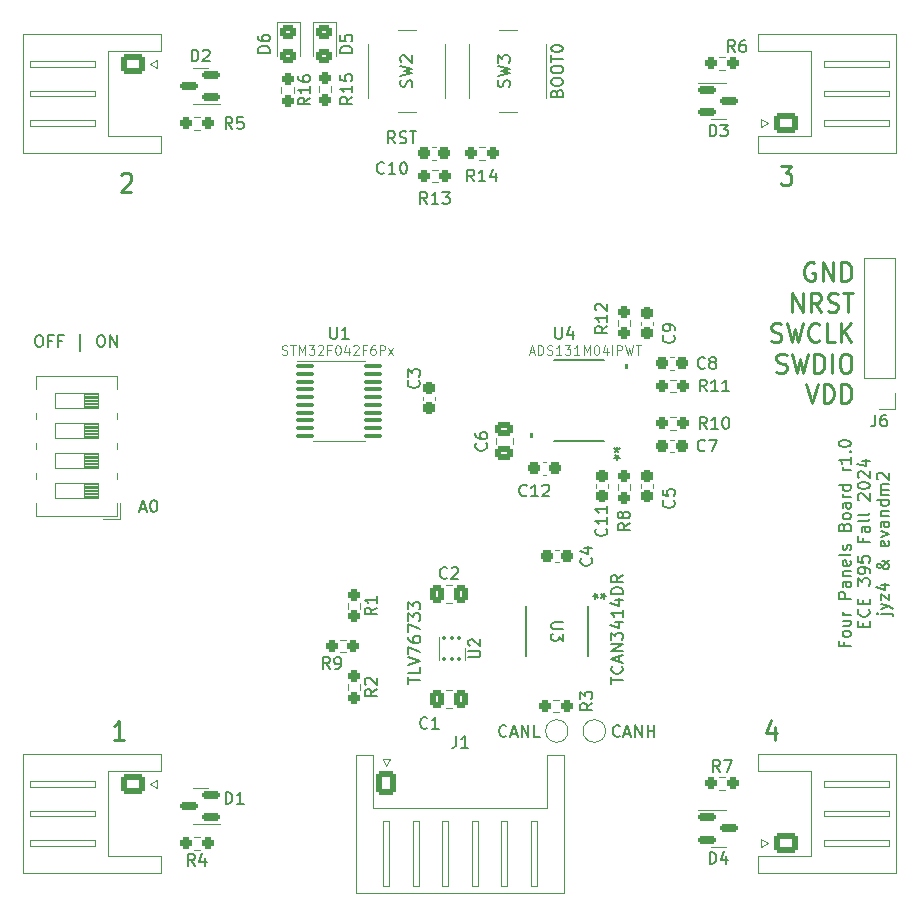
<source format=gto>
G04 #@! TF.GenerationSoftware,KiCad,Pcbnew,7.0.7*
G04 #@! TF.CreationDate,2024-10-01T17:13:07-05:00*
G04 #@! TF.ProjectId,corner-board,636f726e-6572-42d6-926f-6172642e6b69,rev?*
G04 #@! TF.SameCoordinates,Original*
G04 #@! TF.FileFunction,Legend,Top*
G04 #@! TF.FilePolarity,Positive*
%FSLAX46Y46*%
G04 Gerber Fmt 4.6, Leading zero omitted, Abs format (unit mm)*
G04 Created by KiCad (PCBNEW 7.0.7) date 2024-10-01 17:13:07*
%MOMM*%
%LPD*%
G01*
G04 APERTURE LIST*
G04 Aperture macros list*
%AMRoundRect*
0 Rectangle with rounded corners*
0 $1 Rounding radius*
0 $2 $3 $4 $5 $6 $7 $8 $9 X,Y pos of 4 corners*
0 Add a 4 corners polygon primitive as box body*
4,1,4,$2,$3,$4,$5,$6,$7,$8,$9,$2,$3,0*
0 Add four circle primitives for the rounded corners*
1,1,$1+$1,$2,$3*
1,1,$1+$1,$4,$5*
1,1,$1+$1,$6,$7*
1,1,$1+$1,$8,$9*
0 Add four rect primitives between the rounded corners*
20,1,$1+$1,$2,$3,$4,$5,0*
20,1,$1+$1,$4,$5,$6,$7,0*
20,1,$1+$1,$6,$7,$8,$9,0*
20,1,$1+$1,$8,$9,$2,$3,0*%
G04 Aperture macros list end*
%ADD10C,0.150000*%
%ADD11C,0.200000*%
%ADD12C,0.120000*%
%ADD13C,0.250000*%
%ADD14C,0.152400*%
%ADD15RoundRect,0.093750X-0.106250X0.093750X-0.106250X-0.093750X0.106250X-0.093750X0.106250X0.093750X0*%
%ADD16R,1.600000X1.000000*%
%ADD17C,1.500000*%
%ADD18RoundRect,0.237500X-0.237500X0.250000X-0.237500X-0.250000X0.237500X-0.250000X0.237500X0.250000X0*%
%ADD19RoundRect,0.237500X0.250000X0.237500X-0.250000X0.237500X-0.250000X-0.237500X0.250000X-0.237500X0*%
%ADD20RoundRect,0.150000X-0.587500X-0.150000X0.587500X-0.150000X0.587500X0.150000X-0.587500X0.150000X0*%
%ADD21RoundRect,0.250000X-0.450000X0.325000X-0.450000X-0.325000X0.450000X-0.325000X0.450000X0.325000X0*%
%ADD22RoundRect,0.250000X-0.600000X-0.725000X0.600000X-0.725000X0.600000X0.725000X-0.600000X0.725000X0*%
%ADD23O,1.700000X1.950000*%
%ADD24C,2.000000*%
%ADD25C,5.500000*%
%ADD26RoundRect,0.237500X-0.250000X-0.237500X0.250000X-0.237500X0.250000X0.237500X-0.250000X0.237500X0*%
%ADD27R,1.600000X1.600000*%
%ADD28O,1.600000X1.600000*%
%ADD29RoundRect,0.237500X-0.237500X0.300000X-0.237500X-0.300000X0.237500X-0.300000X0.237500X0.300000X0*%
%ADD30R,1.473200X0.355600*%
%ADD31R,0.558800X1.460500*%
%ADD32R,1.700000X1.700000*%
%ADD33O,1.700000X1.700000*%
%ADD34RoundRect,0.100000X-0.637500X-0.100000X0.637500X-0.100000X0.637500X0.100000X-0.637500X0.100000X0*%
%ADD35RoundRect,0.250000X0.337500X0.475000X-0.337500X0.475000X-0.337500X-0.475000X0.337500X-0.475000X0*%
%ADD36O,1.950000X1.700000*%
%ADD37RoundRect,0.250000X0.725000X-0.600000X0.725000X0.600000X-0.725000X0.600000X-0.725000X-0.600000X0*%
%ADD38RoundRect,0.150000X0.587500X0.150000X-0.587500X0.150000X-0.587500X-0.150000X0.587500X-0.150000X0*%
%ADD39RoundRect,0.237500X-0.300000X-0.237500X0.300000X-0.237500X0.300000X0.237500X-0.300000X0.237500X0*%
%ADD40RoundRect,0.237500X0.300000X0.237500X-0.300000X0.237500X-0.300000X-0.237500X0.300000X-0.237500X0*%
%ADD41RoundRect,0.250000X-0.725000X0.600000X-0.725000X-0.600000X0.725000X-0.600000X0.725000X0.600000X0*%
%ADD42RoundRect,0.250000X-0.475000X0.337500X-0.475000X-0.337500X0.475000X-0.337500X0.475000X0.337500X0*%
%ADD43RoundRect,0.237500X0.237500X-0.300000X0.237500X0.300000X-0.237500X0.300000X-0.237500X-0.300000X0*%
%ADD44RoundRect,0.237500X0.237500X-0.250000X0.237500X0.250000X-0.237500X0.250000X-0.237500X-0.250000X0*%
G04 APERTURE END LIST*
D10*
X71736009Y-22824887D02*
X71783628Y-22682030D01*
X71783628Y-22682030D02*
X71831247Y-22634411D01*
X71831247Y-22634411D02*
X71926485Y-22586792D01*
X71926485Y-22586792D02*
X72069342Y-22586792D01*
X72069342Y-22586792D02*
X72164580Y-22634411D01*
X72164580Y-22634411D02*
X72212200Y-22682030D01*
X72212200Y-22682030D02*
X72259819Y-22777268D01*
X72259819Y-22777268D02*
X72259819Y-23158220D01*
X72259819Y-23158220D02*
X71259819Y-23158220D01*
X71259819Y-23158220D02*
X71259819Y-22824887D01*
X71259819Y-22824887D02*
X71307438Y-22729649D01*
X71307438Y-22729649D02*
X71355057Y-22682030D01*
X71355057Y-22682030D02*
X71450295Y-22634411D01*
X71450295Y-22634411D02*
X71545533Y-22634411D01*
X71545533Y-22634411D02*
X71640771Y-22682030D01*
X71640771Y-22682030D02*
X71688390Y-22729649D01*
X71688390Y-22729649D02*
X71736009Y-22824887D01*
X71736009Y-22824887D02*
X71736009Y-23158220D01*
X71259819Y-21967744D02*
X71259819Y-21777268D01*
X71259819Y-21777268D02*
X71307438Y-21682030D01*
X71307438Y-21682030D02*
X71402676Y-21586792D01*
X71402676Y-21586792D02*
X71593152Y-21539173D01*
X71593152Y-21539173D02*
X71926485Y-21539173D01*
X71926485Y-21539173D02*
X72116961Y-21586792D01*
X72116961Y-21586792D02*
X72212200Y-21682030D01*
X72212200Y-21682030D02*
X72259819Y-21777268D01*
X72259819Y-21777268D02*
X72259819Y-21967744D01*
X72259819Y-21967744D02*
X72212200Y-22062982D01*
X72212200Y-22062982D02*
X72116961Y-22158220D01*
X72116961Y-22158220D02*
X71926485Y-22205839D01*
X71926485Y-22205839D02*
X71593152Y-22205839D01*
X71593152Y-22205839D02*
X71402676Y-22158220D01*
X71402676Y-22158220D02*
X71307438Y-22062982D01*
X71307438Y-22062982D02*
X71259819Y-21967744D01*
X71259819Y-20920125D02*
X71259819Y-20729649D01*
X71259819Y-20729649D02*
X71307438Y-20634411D01*
X71307438Y-20634411D02*
X71402676Y-20539173D01*
X71402676Y-20539173D02*
X71593152Y-20491554D01*
X71593152Y-20491554D02*
X71926485Y-20491554D01*
X71926485Y-20491554D02*
X72116961Y-20539173D01*
X72116961Y-20539173D02*
X72212200Y-20634411D01*
X72212200Y-20634411D02*
X72259819Y-20729649D01*
X72259819Y-20729649D02*
X72259819Y-20920125D01*
X72259819Y-20920125D02*
X72212200Y-21015363D01*
X72212200Y-21015363D02*
X72116961Y-21110601D01*
X72116961Y-21110601D02*
X71926485Y-21158220D01*
X71926485Y-21158220D02*
X71593152Y-21158220D01*
X71593152Y-21158220D02*
X71402676Y-21110601D01*
X71402676Y-21110601D02*
X71307438Y-21015363D01*
X71307438Y-21015363D02*
X71259819Y-20920125D01*
X71259819Y-20205839D02*
X71259819Y-19634411D01*
X72259819Y-19920125D02*
X71259819Y-19920125D01*
X71259819Y-19110601D02*
X71259819Y-19015363D01*
X71259819Y-19015363D02*
X71307438Y-18920125D01*
X71307438Y-18920125D02*
X71355057Y-18872506D01*
X71355057Y-18872506D02*
X71450295Y-18824887D01*
X71450295Y-18824887D02*
X71640771Y-18777268D01*
X71640771Y-18777268D02*
X71878866Y-18777268D01*
X71878866Y-18777268D02*
X72069342Y-18824887D01*
X72069342Y-18824887D02*
X72164580Y-18872506D01*
X72164580Y-18872506D02*
X72212200Y-18920125D01*
X72212200Y-18920125D02*
X72259819Y-19015363D01*
X72259819Y-19015363D02*
X72259819Y-19110601D01*
X72259819Y-19110601D02*
X72212200Y-19205839D01*
X72212200Y-19205839D02*
X72164580Y-19253458D01*
X72164580Y-19253458D02*
X72069342Y-19301077D01*
X72069342Y-19301077D02*
X71878866Y-19348696D01*
X71878866Y-19348696D02*
X71640771Y-19348696D01*
X71640771Y-19348696D02*
X71450295Y-19301077D01*
X71450295Y-19301077D02*
X71355057Y-19253458D01*
X71355057Y-19253458D02*
X71307438Y-19205839D01*
X71307438Y-19205839D02*
X71259819Y-19110601D01*
X58058207Y-27074819D02*
X57724874Y-26598628D01*
X57486779Y-27074819D02*
X57486779Y-26074819D01*
X57486779Y-26074819D02*
X57867731Y-26074819D01*
X57867731Y-26074819D02*
X57962969Y-26122438D01*
X57962969Y-26122438D02*
X58010588Y-26170057D01*
X58010588Y-26170057D02*
X58058207Y-26265295D01*
X58058207Y-26265295D02*
X58058207Y-26408152D01*
X58058207Y-26408152D02*
X58010588Y-26503390D01*
X58010588Y-26503390D02*
X57962969Y-26551009D01*
X57962969Y-26551009D02*
X57867731Y-26598628D01*
X57867731Y-26598628D02*
X57486779Y-26598628D01*
X58439160Y-27027200D02*
X58582017Y-27074819D01*
X58582017Y-27074819D02*
X58820112Y-27074819D01*
X58820112Y-27074819D02*
X58915350Y-27027200D01*
X58915350Y-27027200D02*
X58962969Y-26979580D01*
X58962969Y-26979580D02*
X59010588Y-26884342D01*
X59010588Y-26884342D02*
X59010588Y-26789104D01*
X59010588Y-26789104D02*
X58962969Y-26693866D01*
X58962969Y-26693866D02*
X58915350Y-26646247D01*
X58915350Y-26646247D02*
X58820112Y-26598628D01*
X58820112Y-26598628D02*
X58629636Y-26551009D01*
X58629636Y-26551009D02*
X58534398Y-26503390D01*
X58534398Y-26503390D02*
X58486779Y-26455771D01*
X58486779Y-26455771D02*
X58439160Y-26360533D01*
X58439160Y-26360533D02*
X58439160Y-26265295D01*
X58439160Y-26265295D02*
X58486779Y-26170057D01*
X58486779Y-26170057D02*
X58534398Y-26122438D01*
X58534398Y-26122438D02*
X58629636Y-26074819D01*
X58629636Y-26074819D02*
X58867731Y-26074819D01*
X58867731Y-26074819D02*
X59010588Y-26122438D01*
X59296303Y-26074819D02*
X59867731Y-26074819D01*
X59582017Y-27074819D02*
X59582017Y-26074819D01*
D11*
X96108409Y-69340953D02*
X96108409Y-69674286D01*
X96632219Y-69674286D02*
X95632219Y-69674286D01*
X95632219Y-69674286D02*
X95632219Y-69198096D01*
X96632219Y-68674286D02*
X96584600Y-68769524D01*
X96584600Y-68769524D02*
X96536980Y-68817143D01*
X96536980Y-68817143D02*
X96441742Y-68864762D01*
X96441742Y-68864762D02*
X96156028Y-68864762D01*
X96156028Y-68864762D02*
X96060790Y-68817143D01*
X96060790Y-68817143D02*
X96013171Y-68769524D01*
X96013171Y-68769524D02*
X95965552Y-68674286D01*
X95965552Y-68674286D02*
X95965552Y-68531429D01*
X95965552Y-68531429D02*
X96013171Y-68436191D01*
X96013171Y-68436191D02*
X96060790Y-68388572D01*
X96060790Y-68388572D02*
X96156028Y-68340953D01*
X96156028Y-68340953D02*
X96441742Y-68340953D01*
X96441742Y-68340953D02*
X96536980Y-68388572D01*
X96536980Y-68388572D02*
X96584600Y-68436191D01*
X96584600Y-68436191D02*
X96632219Y-68531429D01*
X96632219Y-68531429D02*
X96632219Y-68674286D01*
X95965552Y-67483810D02*
X96632219Y-67483810D01*
X95965552Y-67912381D02*
X96489361Y-67912381D01*
X96489361Y-67912381D02*
X96584600Y-67864762D01*
X96584600Y-67864762D02*
X96632219Y-67769524D01*
X96632219Y-67769524D02*
X96632219Y-67626667D01*
X96632219Y-67626667D02*
X96584600Y-67531429D01*
X96584600Y-67531429D02*
X96536980Y-67483810D01*
X96632219Y-67007619D02*
X95965552Y-67007619D01*
X96156028Y-67007619D02*
X96060790Y-66960000D01*
X96060790Y-66960000D02*
X96013171Y-66912381D01*
X96013171Y-66912381D02*
X95965552Y-66817143D01*
X95965552Y-66817143D02*
X95965552Y-66721905D01*
X96632219Y-65626666D02*
X95632219Y-65626666D01*
X95632219Y-65626666D02*
X95632219Y-65245714D01*
X95632219Y-65245714D02*
X95679838Y-65150476D01*
X95679838Y-65150476D02*
X95727457Y-65102857D01*
X95727457Y-65102857D02*
X95822695Y-65055238D01*
X95822695Y-65055238D02*
X95965552Y-65055238D01*
X95965552Y-65055238D02*
X96060790Y-65102857D01*
X96060790Y-65102857D02*
X96108409Y-65150476D01*
X96108409Y-65150476D02*
X96156028Y-65245714D01*
X96156028Y-65245714D02*
X96156028Y-65626666D01*
X96632219Y-64198095D02*
X96108409Y-64198095D01*
X96108409Y-64198095D02*
X96013171Y-64245714D01*
X96013171Y-64245714D02*
X95965552Y-64340952D01*
X95965552Y-64340952D02*
X95965552Y-64531428D01*
X95965552Y-64531428D02*
X96013171Y-64626666D01*
X96584600Y-64198095D02*
X96632219Y-64293333D01*
X96632219Y-64293333D02*
X96632219Y-64531428D01*
X96632219Y-64531428D02*
X96584600Y-64626666D01*
X96584600Y-64626666D02*
X96489361Y-64674285D01*
X96489361Y-64674285D02*
X96394123Y-64674285D01*
X96394123Y-64674285D02*
X96298885Y-64626666D01*
X96298885Y-64626666D02*
X96251266Y-64531428D01*
X96251266Y-64531428D02*
X96251266Y-64293333D01*
X96251266Y-64293333D02*
X96203647Y-64198095D01*
X95965552Y-63721904D02*
X96632219Y-63721904D01*
X96060790Y-63721904D02*
X96013171Y-63674285D01*
X96013171Y-63674285D02*
X95965552Y-63579047D01*
X95965552Y-63579047D02*
X95965552Y-63436190D01*
X95965552Y-63436190D02*
X96013171Y-63340952D01*
X96013171Y-63340952D02*
X96108409Y-63293333D01*
X96108409Y-63293333D02*
X96632219Y-63293333D01*
X96584600Y-62436190D02*
X96632219Y-62531428D01*
X96632219Y-62531428D02*
X96632219Y-62721904D01*
X96632219Y-62721904D02*
X96584600Y-62817142D01*
X96584600Y-62817142D02*
X96489361Y-62864761D01*
X96489361Y-62864761D02*
X96108409Y-62864761D01*
X96108409Y-62864761D02*
X96013171Y-62817142D01*
X96013171Y-62817142D02*
X95965552Y-62721904D01*
X95965552Y-62721904D02*
X95965552Y-62531428D01*
X95965552Y-62531428D02*
X96013171Y-62436190D01*
X96013171Y-62436190D02*
X96108409Y-62388571D01*
X96108409Y-62388571D02*
X96203647Y-62388571D01*
X96203647Y-62388571D02*
X96298885Y-62864761D01*
X96632219Y-61817142D02*
X96584600Y-61912380D01*
X96584600Y-61912380D02*
X96489361Y-61959999D01*
X96489361Y-61959999D02*
X95632219Y-61959999D01*
X96584600Y-61483808D02*
X96632219Y-61388570D01*
X96632219Y-61388570D02*
X96632219Y-61198094D01*
X96632219Y-61198094D02*
X96584600Y-61102856D01*
X96584600Y-61102856D02*
X96489361Y-61055237D01*
X96489361Y-61055237D02*
X96441742Y-61055237D01*
X96441742Y-61055237D02*
X96346504Y-61102856D01*
X96346504Y-61102856D02*
X96298885Y-61198094D01*
X96298885Y-61198094D02*
X96298885Y-61340951D01*
X96298885Y-61340951D02*
X96251266Y-61436189D01*
X96251266Y-61436189D02*
X96156028Y-61483808D01*
X96156028Y-61483808D02*
X96108409Y-61483808D01*
X96108409Y-61483808D02*
X96013171Y-61436189D01*
X96013171Y-61436189D02*
X95965552Y-61340951D01*
X95965552Y-61340951D02*
X95965552Y-61198094D01*
X95965552Y-61198094D02*
X96013171Y-61102856D01*
X96108409Y-59531427D02*
X96156028Y-59388570D01*
X96156028Y-59388570D02*
X96203647Y-59340951D01*
X96203647Y-59340951D02*
X96298885Y-59293332D01*
X96298885Y-59293332D02*
X96441742Y-59293332D01*
X96441742Y-59293332D02*
X96536980Y-59340951D01*
X96536980Y-59340951D02*
X96584600Y-59388570D01*
X96584600Y-59388570D02*
X96632219Y-59483808D01*
X96632219Y-59483808D02*
X96632219Y-59864760D01*
X96632219Y-59864760D02*
X95632219Y-59864760D01*
X95632219Y-59864760D02*
X95632219Y-59531427D01*
X95632219Y-59531427D02*
X95679838Y-59436189D01*
X95679838Y-59436189D02*
X95727457Y-59388570D01*
X95727457Y-59388570D02*
X95822695Y-59340951D01*
X95822695Y-59340951D02*
X95917933Y-59340951D01*
X95917933Y-59340951D02*
X96013171Y-59388570D01*
X96013171Y-59388570D02*
X96060790Y-59436189D01*
X96060790Y-59436189D02*
X96108409Y-59531427D01*
X96108409Y-59531427D02*
X96108409Y-59864760D01*
X96632219Y-58721903D02*
X96584600Y-58817141D01*
X96584600Y-58817141D02*
X96536980Y-58864760D01*
X96536980Y-58864760D02*
X96441742Y-58912379D01*
X96441742Y-58912379D02*
X96156028Y-58912379D01*
X96156028Y-58912379D02*
X96060790Y-58864760D01*
X96060790Y-58864760D02*
X96013171Y-58817141D01*
X96013171Y-58817141D02*
X95965552Y-58721903D01*
X95965552Y-58721903D02*
X95965552Y-58579046D01*
X95965552Y-58579046D02*
X96013171Y-58483808D01*
X96013171Y-58483808D02*
X96060790Y-58436189D01*
X96060790Y-58436189D02*
X96156028Y-58388570D01*
X96156028Y-58388570D02*
X96441742Y-58388570D01*
X96441742Y-58388570D02*
X96536980Y-58436189D01*
X96536980Y-58436189D02*
X96584600Y-58483808D01*
X96584600Y-58483808D02*
X96632219Y-58579046D01*
X96632219Y-58579046D02*
X96632219Y-58721903D01*
X96632219Y-57531427D02*
X96108409Y-57531427D01*
X96108409Y-57531427D02*
X96013171Y-57579046D01*
X96013171Y-57579046D02*
X95965552Y-57674284D01*
X95965552Y-57674284D02*
X95965552Y-57864760D01*
X95965552Y-57864760D02*
X96013171Y-57959998D01*
X96584600Y-57531427D02*
X96632219Y-57626665D01*
X96632219Y-57626665D02*
X96632219Y-57864760D01*
X96632219Y-57864760D02*
X96584600Y-57959998D01*
X96584600Y-57959998D02*
X96489361Y-58007617D01*
X96489361Y-58007617D02*
X96394123Y-58007617D01*
X96394123Y-58007617D02*
X96298885Y-57959998D01*
X96298885Y-57959998D02*
X96251266Y-57864760D01*
X96251266Y-57864760D02*
X96251266Y-57626665D01*
X96251266Y-57626665D02*
X96203647Y-57531427D01*
X96632219Y-57055236D02*
X95965552Y-57055236D01*
X96156028Y-57055236D02*
X96060790Y-57007617D01*
X96060790Y-57007617D02*
X96013171Y-56959998D01*
X96013171Y-56959998D02*
X95965552Y-56864760D01*
X95965552Y-56864760D02*
X95965552Y-56769522D01*
X96632219Y-56007617D02*
X95632219Y-56007617D01*
X96584600Y-56007617D02*
X96632219Y-56102855D01*
X96632219Y-56102855D02*
X96632219Y-56293331D01*
X96632219Y-56293331D02*
X96584600Y-56388569D01*
X96584600Y-56388569D02*
X96536980Y-56436188D01*
X96536980Y-56436188D02*
X96441742Y-56483807D01*
X96441742Y-56483807D02*
X96156028Y-56483807D01*
X96156028Y-56483807D02*
X96060790Y-56436188D01*
X96060790Y-56436188D02*
X96013171Y-56388569D01*
X96013171Y-56388569D02*
X95965552Y-56293331D01*
X95965552Y-56293331D02*
X95965552Y-56102855D01*
X95965552Y-56102855D02*
X96013171Y-56007617D01*
X96632219Y-54769521D02*
X95965552Y-54769521D01*
X96156028Y-54769521D02*
X96060790Y-54721902D01*
X96060790Y-54721902D02*
X96013171Y-54674283D01*
X96013171Y-54674283D02*
X95965552Y-54579045D01*
X95965552Y-54579045D02*
X95965552Y-54483807D01*
X96632219Y-53626664D02*
X96632219Y-54198092D01*
X96632219Y-53912378D02*
X95632219Y-53912378D01*
X95632219Y-53912378D02*
X95775076Y-54007616D01*
X95775076Y-54007616D02*
X95870314Y-54102854D01*
X95870314Y-54102854D02*
X95917933Y-54198092D01*
X96536980Y-53198092D02*
X96584600Y-53150473D01*
X96584600Y-53150473D02*
X96632219Y-53198092D01*
X96632219Y-53198092D02*
X96584600Y-53245711D01*
X96584600Y-53245711D02*
X96536980Y-53198092D01*
X96536980Y-53198092D02*
X96632219Y-53198092D01*
X95632219Y-52531426D02*
X95632219Y-52436188D01*
X95632219Y-52436188D02*
X95679838Y-52340950D01*
X95679838Y-52340950D02*
X95727457Y-52293331D01*
X95727457Y-52293331D02*
X95822695Y-52245712D01*
X95822695Y-52245712D02*
X96013171Y-52198093D01*
X96013171Y-52198093D02*
X96251266Y-52198093D01*
X96251266Y-52198093D02*
X96441742Y-52245712D01*
X96441742Y-52245712D02*
X96536980Y-52293331D01*
X96536980Y-52293331D02*
X96584600Y-52340950D01*
X96584600Y-52340950D02*
X96632219Y-52436188D01*
X96632219Y-52436188D02*
X96632219Y-52531426D01*
X96632219Y-52531426D02*
X96584600Y-52626664D01*
X96584600Y-52626664D02*
X96536980Y-52674283D01*
X96536980Y-52674283D02*
X96441742Y-52721902D01*
X96441742Y-52721902D02*
X96251266Y-52769521D01*
X96251266Y-52769521D02*
X96013171Y-52769521D01*
X96013171Y-52769521D02*
X95822695Y-52721902D01*
X95822695Y-52721902D02*
X95727457Y-52674283D01*
X95727457Y-52674283D02*
X95679838Y-52626664D01*
X95679838Y-52626664D02*
X95632219Y-52531426D01*
X97718409Y-68007619D02*
X97718409Y-67674286D01*
X98242219Y-67531429D02*
X98242219Y-68007619D01*
X98242219Y-68007619D02*
X97242219Y-68007619D01*
X97242219Y-68007619D02*
X97242219Y-67531429D01*
X98146980Y-66531429D02*
X98194600Y-66579048D01*
X98194600Y-66579048D02*
X98242219Y-66721905D01*
X98242219Y-66721905D02*
X98242219Y-66817143D01*
X98242219Y-66817143D02*
X98194600Y-66960000D01*
X98194600Y-66960000D02*
X98099361Y-67055238D01*
X98099361Y-67055238D02*
X98004123Y-67102857D01*
X98004123Y-67102857D02*
X97813647Y-67150476D01*
X97813647Y-67150476D02*
X97670790Y-67150476D01*
X97670790Y-67150476D02*
X97480314Y-67102857D01*
X97480314Y-67102857D02*
X97385076Y-67055238D01*
X97385076Y-67055238D02*
X97289838Y-66960000D01*
X97289838Y-66960000D02*
X97242219Y-66817143D01*
X97242219Y-66817143D02*
X97242219Y-66721905D01*
X97242219Y-66721905D02*
X97289838Y-66579048D01*
X97289838Y-66579048D02*
X97337457Y-66531429D01*
X97718409Y-66102857D02*
X97718409Y-65769524D01*
X98242219Y-65626667D02*
X98242219Y-66102857D01*
X98242219Y-66102857D02*
X97242219Y-66102857D01*
X97242219Y-66102857D02*
X97242219Y-65626667D01*
X97242219Y-64531428D02*
X97242219Y-63912381D01*
X97242219Y-63912381D02*
X97623171Y-64245714D01*
X97623171Y-64245714D02*
X97623171Y-64102857D01*
X97623171Y-64102857D02*
X97670790Y-64007619D01*
X97670790Y-64007619D02*
X97718409Y-63960000D01*
X97718409Y-63960000D02*
X97813647Y-63912381D01*
X97813647Y-63912381D02*
X98051742Y-63912381D01*
X98051742Y-63912381D02*
X98146980Y-63960000D01*
X98146980Y-63960000D02*
X98194600Y-64007619D01*
X98194600Y-64007619D02*
X98242219Y-64102857D01*
X98242219Y-64102857D02*
X98242219Y-64388571D01*
X98242219Y-64388571D02*
X98194600Y-64483809D01*
X98194600Y-64483809D02*
X98146980Y-64531428D01*
X98242219Y-63436190D02*
X98242219Y-63245714D01*
X98242219Y-63245714D02*
X98194600Y-63150476D01*
X98194600Y-63150476D02*
X98146980Y-63102857D01*
X98146980Y-63102857D02*
X98004123Y-63007619D01*
X98004123Y-63007619D02*
X97813647Y-62960000D01*
X97813647Y-62960000D02*
X97432695Y-62960000D01*
X97432695Y-62960000D02*
X97337457Y-63007619D01*
X97337457Y-63007619D02*
X97289838Y-63055238D01*
X97289838Y-63055238D02*
X97242219Y-63150476D01*
X97242219Y-63150476D02*
X97242219Y-63340952D01*
X97242219Y-63340952D02*
X97289838Y-63436190D01*
X97289838Y-63436190D02*
X97337457Y-63483809D01*
X97337457Y-63483809D02*
X97432695Y-63531428D01*
X97432695Y-63531428D02*
X97670790Y-63531428D01*
X97670790Y-63531428D02*
X97766028Y-63483809D01*
X97766028Y-63483809D02*
X97813647Y-63436190D01*
X97813647Y-63436190D02*
X97861266Y-63340952D01*
X97861266Y-63340952D02*
X97861266Y-63150476D01*
X97861266Y-63150476D02*
X97813647Y-63055238D01*
X97813647Y-63055238D02*
X97766028Y-63007619D01*
X97766028Y-63007619D02*
X97670790Y-62960000D01*
X97242219Y-62055238D02*
X97242219Y-62531428D01*
X97242219Y-62531428D02*
X97718409Y-62579047D01*
X97718409Y-62579047D02*
X97670790Y-62531428D01*
X97670790Y-62531428D02*
X97623171Y-62436190D01*
X97623171Y-62436190D02*
X97623171Y-62198095D01*
X97623171Y-62198095D02*
X97670790Y-62102857D01*
X97670790Y-62102857D02*
X97718409Y-62055238D01*
X97718409Y-62055238D02*
X97813647Y-62007619D01*
X97813647Y-62007619D02*
X98051742Y-62007619D01*
X98051742Y-62007619D02*
X98146980Y-62055238D01*
X98146980Y-62055238D02*
X98194600Y-62102857D01*
X98194600Y-62102857D02*
X98242219Y-62198095D01*
X98242219Y-62198095D02*
X98242219Y-62436190D01*
X98242219Y-62436190D02*
X98194600Y-62531428D01*
X98194600Y-62531428D02*
X98146980Y-62579047D01*
X97718409Y-60483809D02*
X97718409Y-60817142D01*
X98242219Y-60817142D02*
X97242219Y-60817142D01*
X97242219Y-60817142D02*
X97242219Y-60340952D01*
X98242219Y-59531428D02*
X97718409Y-59531428D01*
X97718409Y-59531428D02*
X97623171Y-59579047D01*
X97623171Y-59579047D02*
X97575552Y-59674285D01*
X97575552Y-59674285D02*
X97575552Y-59864761D01*
X97575552Y-59864761D02*
X97623171Y-59959999D01*
X98194600Y-59531428D02*
X98242219Y-59626666D01*
X98242219Y-59626666D02*
X98242219Y-59864761D01*
X98242219Y-59864761D02*
X98194600Y-59959999D01*
X98194600Y-59959999D02*
X98099361Y-60007618D01*
X98099361Y-60007618D02*
X98004123Y-60007618D01*
X98004123Y-60007618D02*
X97908885Y-59959999D01*
X97908885Y-59959999D02*
X97861266Y-59864761D01*
X97861266Y-59864761D02*
X97861266Y-59626666D01*
X97861266Y-59626666D02*
X97813647Y-59531428D01*
X98242219Y-58912380D02*
X98194600Y-59007618D01*
X98194600Y-59007618D02*
X98099361Y-59055237D01*
X98099361Y-59055237D02*
X97242219Y-59055237D01*
X98242219Y-58388570D02*
X98194600Y-58483808D01*
X98194600Y-58483808D02*
X98099361Y-58531427D01*
X98099361Y-58531427D02*
X97242219Y-58531427D01*
X97337457Y-57293331D02*
X97289838Y-57245712D01*
X97289838Y-57245712D02*
X97242219Y-57150474D01*
X97242219Y-57150474D02*
X97242219Y-56912379D01*
X97242219Y-56912379D02*
X97289838Y-56817141D01*
X97289838Y-56817141D02*
X97337457Y-56769522D01*
X97337457Y-56769522D02*
X97432695Y-56721903D01*
X97432695Y-56721903D02*
X97527933Y-56721903D01*
X97527933Y-56721903D02*
X97670790Y-56769522D01*
X97670790Y-56769522D02*
X98242219Y-57340950D01*
X98242219Y-57340950D02*
X98242219Y-56721903D01*
X97242219Y-56102855D02*
X97242219Y-56007617D01*
X97242219Y-56007617D02*
X97289838Y-55912379D01*
X97289838Y-55912379D02*
X97337457Y-55864760D01*
X97337457Y-55864760D02*
X97432695Y-55817141D01*
X97432695Y-55817141D02*
X97623171Y-55769522D01*
X97623171Y-55769522D02*
X97861266Y-55769522D01*
X97861266Y-55769522D02*
X98051742Y-55817141D01*
X98051742Y-55817141D02*
X98146980Y-55864760D01*
X98146980Y-55864760D02*
X98194600Y-55912379D01*
X98194600Y-55912379D02*
X98242219Y-56007617D01*
X98242219Y-56007617D02*
X98242219Y-56102855D01*
X98242219Y-56102855D02*
X98194600Y-56198093D01*
X98194600Y-56198093D02*
X98146980Y-56245712D01*
X98146980Y-56245712D02*
X98051742Y-56293331D01*
X98051742Y-56293331D02*
X97861266Y-56340950D01*
X97861266Y-56340950D02*
X97623171Y-56340950D01*
X97623171Y-56340950D02*
X97432695Y-56293331D01*
X97432695Y-56293331D02*
X97337457Y-56245712D01*
X97337457Y-56245712D02*
X97289838Y-56198093D01*
X97289838Y-56198093D02*
X97242219Y-56102855D01*
X97337457Y-55388569D02*
X97289838Y-55340950D01*
X97289838Y-55340950D02*
X97242219Y-55245712D01*
X97242219Y-55245712D02*
X97242219Y-55007617D01*
X97242219Y-55007617D02*
X97289838Y-54912379D01*
X97289838Y-54912379D02*
X97337457Y-54864760D01*
X97337457Y-54864760D02*
X97432695Y-54817141D01*
X97432695Y-54817141D02*
X97527933Y-54817141D01*
X97527933Y-54817141D02*
X97670790Y-54864760D01*
X97670790Y-54864760D02*
X98242219Y-55436188D01*
X98242219Y-55436188D02*
X98242219Y-54817141D01*
X97575552Y-53959998D02*
X98242219Y-53959998D01*
X97194600Y-54198093D02*
X97908885Y-54436188D01*
X97908885Y-54436188D02*
X97908885Y-53817141D01*
X99185552Y-66912380D02*
X100042695Y-66912380D01*
X100042695Y-66912380D02*
X100137933Y-66959999D01*
X100137933Y-66959999D02*
X100185552Y-67055237D01*
X100185552Y-67055237D02*
X100185552Y-67102856D01*
X98852219Y-66912380D02*
X98899838Y-66959999D01*
X98899838Y-66959999D02*
X98947457Y-66912380D01*
X98947457Y-66912380D02*
X98899838Y-66864761D01*
X98899838Y-66864761D02*
X98852219Y-66912380D01*
X98852219Y-66912380D02*
X98947457Y-66912380D01*
X99185552Y-66531428D02*
X99852219Y-66293333D01*
X99185552Y-66055238D02*
X99852219Y-66293333D01*
X99852219Y-66293333D02*
X100090314Y-66388571D01*
X100090314Y-66388571D02*
X100137933Y-66436190D01*
X100137933Y-66436190D02*
X100185552Y-66531428D01*
X99185552Y-65769523D02*
X99185552Y-65245714D01*
X99185552Y-65245714D02*
X99852219Y-65769523D01*
X99852219Y-65769523D02*
X99852219Y-65245714D01*
X99185552Y-64436190D02*
X99852219Y-64436190D01*
X98804600Y-64674285D02*
X99518885Y-64912380D01*
X99518885Y-64912380D02*
X99518885Y-64293333D01*
X99852219Y-62340951D02*
X99852219Y-62388571D01*
X99852219Y-62388571D02*
X99804600Y-62483809D01*
X99804600Y-62483809D02*
X99661742Y-62626666D01*
X99661742Y-62626666D02*
X99376028Y-62864761D01*
X99376028Y-62864761D02*
X99233171Y-62959999D01*
X99233171Y-62959999D02*
X99090314Y-63007618D01*
X99090314Y-63007618D02*
X98995076Y-63007618D01*
X98995076Y-63007618D02*
X98899838Y-62959999D01*
X98899838Y-62959999D02*
X98852219Y-62864761D01*
X98852219Y-62864761D02*
X98852219Y-62817142D01*
X98852219Y-62817142D02*
X98899838Y-62721904D01*
X98899838Y-62721904D02*
X98995076Y-62674285D01*
X98995076Y-62674285D02*
X99042695Y-62674285D01*
X99042695Y-62674285D02*
X99137933Y-62721904D01*
X99137933Y-62721904D02*
X99185552Y-62769523D01*
X99185552Y-62769523D02*
X99376028Y-63055237D01*
X99376028Y-63055237D02*
X99423647Y-63102856D01*
X99423647Y-63102856D02*
X99518885Y-63150475D01*
X99518885Y-63150475D02*
X99661742Y-63150475D01*
X99661742Y-63150475D02*
X99756980Y-63102856D01*
X99756980Y-63102856D02*
X99804600Y-63055237D01*
X99804600Y-63055237D02*
X99852219Y-62959999D01*
X99852219Y-62959999D02*
X99852219Y-62817142D01*
X99852219Y-62817142D02*
X99804600Y-62721904D01*
X99804600Y-62721904D02*
X99756980Y-62674285D01*
X99756980Y-62674285D02*
X99566504Y-62531428D01*
X99566504Y-62531428D02*
X99423647Y-62483809D01*
X99423647Y-62483809D02*
X99328409Y-62483809D01*
X99804600Y-60769523D02*
X99852219Y-60864761D01*
X99852219Y-60864761D02*
X99852219Y-61055237D01*
X99852219Y-61055237D02*
X99804600Y-61150475D01*
X99804600Y-61150475D02*
X99709361Y-61198094D01*
X99709361Y-61198094D02*
X99328409Y-61198094D01*
X99328409Y-61198094D02*
X99233171Y-61150475D01*
X99233171Y-61150475D02*
X99185552Y-61055237D01*
X99185552Y-61055237D02*
X99185552Y-60864761D01*
X99185552Y-60864761D02*
X99233171Y-60769523D01*
X99233171Y-60769523D02*
X99328409Y-60721904D01*
X99328409Y-60721904D02*
X99423647Y-60721904D01*
X99423647Y-60721904D02*
X99518885Y-61198094D01*
X99185552Y-60388570D02*
X99852219Y-60150475D01*
X99852219Y-60150475D02*
X99185552Y-59912380D01*
X99852219Y-59102856D02*
X99328409Y-59102856D01*
X99328409Y-59102856D02*
X99233171Y-59150475D01*
X99233171Y-59150475D02*
X99185552Y-59245713D01*
X99185552Y-59245713D02*
X99185552Y-59436189D01*
X99185552Y-59436189D02*
X99233171Y-59531427D01*
X99804600Y-59102856D02*
X99852219Y-59198094D01*
X99852219Y-59198094D02*
X99852219Y-59436189D01*
X99852219Y-59436189D02*
X99804600Y-59531427D01*
X99804600Y-59531427D02*
X99709361Y-59579046D01*
X99709361Y-59579046D02*
X99614123Y-59579046D01*
X99614123Y-59579046D02*
X99518885Y-59531427D01*
X99518885Y-59531427D02*
X99471266Y-59436189D01*
X99471266Y-59436189D02*
X99471266Y-59198094D01*
X99471266Y-59198094D02*
X99423647Y-59102856D01*
X99185552Y-58626665D02*
X99852219Y-58626665D01*
X99280790Y-58626665D02*
X99233171Y-58579046D01*
X99233171Y-58579046D02*
X99185552Y-58483808D01*
X99185552Y-58483808D02*
X99185552Y-58340951D01*
X99185552Y-58340951D02*
X99233171Y-58245713D01*
X99233171Y-58245713D02*
X99328409Y-58198094D01*
X99328409Y-58198094D02*
X99852219Y-58198094D01*
X99852219Y-57293332D02*
X98852219Y-57293332D01*
X99804600Y-57293332D02*
X99852219Y-57388570D01*
X99852219Y-57388570D02*
X99852219Y-57579046D01*
X99852219Y-57579046D02*
X99804600Y-57674284D01*
X99804600Y-57674284D02*
X99756980Y-57721903D01*
X99756980Y-57721903D02*
X99661742Y-57769522D01*
X99661742Y-57769522D02*
X99376028Y-57769522D01*
X99376028Y-57769522D02*
X99280790Y-57721903D01*
X99280790Y-57721903D02*
X99233171Y-57674284D01*
X99233171Y-57674284D02*
X99185552Y-57579046D01*
X99185552Y-57579046D02*
X99185552Y-57388570D01*
X99185552Y-57388570D02*
X99233171Y-57293332D01*
X99852219Y-56817141D02*
X99185552Y-56817141D01*
X99280790Y-56817141D02*
X99233171Y-56769522D01*
X99233171Y-56769522D02*
X99185552Y-56674284D01*
X99185552Y-56674284D02*
X99185552Y-56531427D01*
X99185552Y-56531427D02*
X99233171Y-56436189D01*
X99233171Y-56436189D02*
X99328409Y-56388570D01*
X99328409Y-56388570D02*
X99852219Y-56388570D01*
X99328409Y-56388570D02*
X99233171Y-56340951D01*
X99233171Y-56340951D02*
X99185552Y-56245713D01*
X99185552Y-56245713D02*
X99185552Y-56102856D01*
X99185552Y-56102856D02*
X99233171Y-56007617D01*
X99233171Y-56007617D02*
X99328409Y-55959998D01*
X99328409Y-55959998D02*
X99852219Y-55959998D01*
X98947457Y-55531427D02*
X98899838Y-55483808D01*
X98899838Y-55483808D02*
X98852219Y-55388570D01*
X98852219Y-55388570D02*
X98852219Y-55150475D01*
X98852219Y-55150475D02*
X98899838Y-55055237D01*
X98899838Y-55055237D02*
X98947457Y-55007618D01*
X98947457Y-55007618D02*
X99042695Y-54959999D01*
X99042695Y-54959999D02*
X99137933Y-54959999D01*
X99137933Y-54959999D02*
X99280790Y-55007618D01*
X99280790Y-55007618D02*
X99852219Y-55579046D01*
X99852219Y-55579046D02*
X99852219Y-54959999D01*
D10*
X27832255Y-43319819D02*
X28022731Y-43319819D01*
X28022731Y-43319819D02*
X28117969Y-43367438D01*
X28117969Y-43367438D02*
X28213207Y-43462676D01*
X28213207Y-43462676D02*
X28260826Y-43653152D01*
X28260826Y-43653152D02*
X28260826Y-43986485D01*
X28260826Y-43986485D02*
X28213207Y-44176961D01*
X28213207Y-44176961D02*
X28117969Y-44272200D01*
X28117969Y-44272200D02*
X28022731Y-44319819D01*
X28022731Y-44319819D02*
X27832255Y-44319819D01*
X27832255Y-44319819D02*
X27737017Y-44272200D01*
X27737017Y-44272200D02*
X27641779Y-44176961D01*
X27641779Y-44176961D02*
X27594160Y-43986485D01*
X27594160Y-43986485D02*
X27594160Y-43653152D01*
X27594160Y-43653152D02*
X27641779Y-43462676D01*
X27641779Y-43462676D02*
X27737017Y-43367438D01*
X27737017Y-43367438D02*
X27832255Y-43319819D01*
X29022731Y-43796009D02*
X28689398Y-43796009D01*
X28689398Y-44319819D02*
X28689398Y-43319819D01*
X28689398Y-43319819D02*
X29165588Y-43319819D01*
X29879874Y-43796009D02*
X29546541Y-43796009D01*
X29546541Y-44319819D02*
X29546541Y-43319819D01*
X29546541Y-43319819D02*
X30022731Y-43319819D01*
X31403684Y-44653152D02*
X31403684Y-43224580D01*
X33070351Y-43319819D02*
X33260827Y-43319819D01*
X33260827Y-43319819D02*
X33356065Y-43367438D01*
X33356065Y-43367438D02*
X33451303Y-43462676D01*
X33451303Y-43462676D02*
X33498922Y-43653152D01*
X33498922Y-43653152D02*
X33498922Y-43986485D01*
X33498922Y-43986485D02*
X33451303Y-44176961D01*
X33451303Y-44176961D02*
X33356065Y-44272200D01*
X33356065Y-44272200D02*
X33260827Y-44319819D01*
X33260827Y-44319819D02*
X33070351Y-44319819D01*
X33070351Y-44319819D02*
X32975113Y-44272200D01*
X32975113Y-44272200D02*
X32879875Y-44176961D01*
X32879875Y-44176961D02*
X32832256Y-43986485D01*
X32832256Y-43986485D02*
X32832256Y-43653152D01*
X32832256Y-43653152D02*
X32879875Y-43462676D01*
X32879875Y-43462676D02*
X32975113Y-43367438D01*
X32975113Y-43367438D02*
X33070351Y-43319819D01*
X33927494Y-44319819D02*
X33927494Y-43319819D01*
X33927494Y-43319819D02*
X34498922Y-44319819D01*
X34498922Y-44319819D02*
X34498922Y-43319819D01*
X36484160Y-58004104D02*
X36960350Y-58004104D01*
X36388922Y-58289819D02*
X36722255Y-57289819D01*
X36722255Y-57289819D02*
X37055588Y-58289819D01*
X37579398Y-57289819D02*
X37674636Y-57289819D01*
X37674636Y-57289819D02*
X37769874Y-57337438D01*
X37769874Y-57337438D02*
X37817493Y-57385057D01*
X37817493Y-57385057D02*
X37865112Y-57480295D01*
X37865112Y-57480295D02*
X37912731Y-57670771D01*
X37912731Y-57670771D02*
X37912731Y-57908866D01*
X37912731Y-57908866D02*
X37865112Y-58099342D01*
X37865112Y-58099342D02*
X37817493Y-58194580D01*
X37817493Y-58194580D02*
X37769874Y-58242200D01*
X37769874Y-58242200D02*
X37674636Y-58289819D01*
X37674636Y-58289819D02*
X37579398Y-58289819D01*
X37579398Y-58289819D02*
X37484160Y-58242200D01*
X37484160Y-58242200D02*
X37436541Y-58194580D01*
X37436541Y-58194580D02*
X37388922Y-58099342D01*
X37388922Y-58099342D02*
X37341303Y-57908866D01*
X37341303Y-57908866D02*
X37341303Y-57670771D01*
X37341303Y-57670771D02*
X37388922Y-57480295D01*
X37388922Y-57480295D02*
X37436541Y-57385057D01*
X37436541Y-57385057D02*
X37484160Y-57337438D01*
X37484160Y-57337438D02*
X37579398Y-57289819D01*
D12*
X48491327Y-44942760D02*
X48605613Y-44980855D01*
X48605613Y-44980855D02*
X48796089Y-44980855D01*
X48796089Y-44980855D02*
X48872280Y-44942760D01*
X48872280Y-44942760D02*
X48910375Y-44904664D01*
X48910375Y-44904664D02*
X48948470Y-44828474D01*
X48948470Y-44828474D02*
X48948470Y-44752283D01*
X48948470Y-44752283D02*
X48910375Y-44676093D01*
X48910375Y-44676093D02*
X48872280Y-44637998D01*
X48872280Y-44637998D02*
X48796089Y-44599902D01*
X48796089Y-44599902D02*
X48643708Y-44561807D01*
X48643708Y-44561807D02*
X48567518Y-44523712D01*
X48567518Y-44523712D02*
X48529423Y-44485617D01*
X48529423Y-44485617D02*
X48491327Y-44409426D01*
X48491327Y-44409426D02*
X48491327Y-44333236D01*
X48491327Y-44333236D02*
X48529423Y-44257045D01*
X48529423Y-44257045D02*
X48567518Y-44218950D01*
X48567518Y-44218950D02*
X48643708Y-44180855D01*
X48643708Y-44180855D02*
X48834185Y-44180855D01*
X48834185Y-44180855D02*
X48948470Y-44218950D01*
X49177042Y-44180855D02*
X49634185Y-44180855D01*
X49405613Y-44980855D02*
X49405613Y-44180855D01*
X49900852Y-44980855D02*
X49900852Y-44180855D01*
X49900852Y-44180855D02*
X50167518Y-44752283D01*
X50167518Y-44752283D02*
X50434185Y-44180855D01*
X50434185Y-44180855D02*
X50434185Y-44980855D01*
X50738947Y-44180855D02*
X51234185Y-44180855D01*
X51234185Y-44180855D02*
X50967519Y-44485617D01*
X50967519Y-44485617D02*
X51081804Y-44485617D01*
X51081804Y-44485617D02*
X51157995Y-44523712D01*
X51157995Y-44523712D02*
X51196090Y-44561807D01*
X51196090Y-44561807D02*
X51234185Y-44637998D01*
X51234185Y-44637998D02*
X51234185Y-44828474D01*
X51234185Y-44828474D02*
X51196090Y-44904664D01*
X51196090Y-44904664D02*
X51157995Y-44942760D01*
X51157995Y-44942760D02*
X51081804Y-44980855D01*
X51081804Y-44980855D02*
X50853233Y-44980855D01*
X50853233Y-44980855D02*
X50777042Y-44942760D01*
X50777042Y-44942760D02*
X50738947Y-44904664D01*
X51538947Y-44257045D02*
X51577043Y-44218950D01*
X51577043Y-44218950D02*
X51653233Y-44180855D01*
X51653233Y-44180855D02*
X51843709Y-44180855D01*
X51843709Y-44180855D02*
X51919900Y-44218950D01*
X51919900Y-44218950D02*
X51957995Y-44257045D01*
X51957995Y-44257045D02*
X51996090Y-44333236D01*
X51996090Y-44333236D02*
X51996090Y-44409426D01*
X51996090Y-44409426D02*
X51957995Y-44523712D01*
X51957995Y-44523712D02*
X51500852Y-44980855D01*
X51500852Y-44980855D02*
X51996090Y-44980855D01*
X52605614Y-44561807D02*
X52338948Y-44561807D01*
X52338948Y-44980855D02*
X52338948Y-44180855D01*
X52338948Y-44180855D02*
X52719900Y-44180855D01*
X53177043Y-44180855D02*
X53253233Y-44180855D01*
X53253233Y-44180855D02*
X53329424Y-44218950D01*
X53329424Y-44218950D02*
X53367519Y-44257045D01*
X53367519Y-44257045D02*
X53405614Y-44333236D01*
X53405614Y-44333236D02*
X53443709Y-44485617D01*
X53443709Y-44485617D02*
X53443709Y-44676093D01*
X53443709Y-44676093D02*
X53405614Y-44828474D01*
X53405614Y-44828474D02*
X53367519Y-44904664D01*
X53367519Y-44904664D02*
X53329424Y-44942760D01*
X53329424Y-44942760D02*
X53253233Y-44980855D01*
X53253233Y-44980855D02*
X53177043Y-44980855D01*
X53177043Y-44980855D02*
X53100852Y-44942760D01*
X53100852Y-44942760D02*
X53062757Y-44904664D01*
X53062757Y-44904664D02*
X53024662Y-44828474D01*
X53024662Y-44828474D02*
X52986566Y-44676093D01*
X52986566Y-44676093D02*
X52986566Y-44485617D01*
X52986566Y-44485617D02*
X53024662Y-44333236D01*
X53024662Y-44333236D02*
X53062757Y-44257045D01*
X53062757Y-44257045D02*
X53100852Y-44218950D01*
X53100852Y-44218950D02*
X53177043Y-44180855D01*
X54129424Y-44447521D02*
X54129424Y-44980855D01*
X53938948Y-44142760D02*
X53748471Y-44714188D01*
X53748471Y-44714188D02*
X54243710Y-44714188D01*
X54510376Y-44257045D02*
X54548472Y-44218950D01*
X54548472Y-44218950D02*
X54624662Y-44180855D01*
X54624662Y-44180855D02*
X54815138Y-44180855D01*
X54815138Y-44180855D02*
X54891329Y-44218950D01*
X54891329Y-44218950D02*
X54929424Y-44257045D01*
X54929424Y-44257045D02*
X54967519Y-44333236D01*
X54967519Y-44333236D02*
X54967519Y-44409426D01*
X54967519Y-44409426D02*
X54929424Y-44523712D01*
X54929424Y-44523712D02*
X54472281Y-44980855D01*
X54472281Y-44980855D02*
X54967519Y-44980855D01*
X55577043Y-44561807D02*
X55310377Y-44561807D01*
X55310377Y-44980855D02*
X55310377Y-44180855D01*
X55310377Y-44180855D02*
X55691329Y-44180855D01*
X56338948Y-44180855D02*
X56186567Y-44180855D01*
X56186567Y-44180855D02*
X56110376Y-44218950D01*
X56110376Y-44218950D02*
X56072281Y-44257045D01*
X56072281Y-44257045D02*
X55996091Y-44371331D01*
X55996091Y-44371331D02*
X55957995Y-44523712D01*
X55957995Y-44523712D02*
X55957995Y-44828474D01*
X55957995Y-44828474D02*
X55996091Y-44904664D01*
X55996091Y-44904664D02*
X56034186Y-44942760D01*
X56034186Y-44942760D02*
X56110376Y-44980855D01*
X56110376Y-44980855D02*
X56262757Y-44980855D01*
X56262757Y-44980855D02*
X56338948Y-44942760D01*
X56338948Y-44942760D02*
X56377043Y-44904664D01*
X56377043Y-44904664D02*
X56415138Y-44828474D01*
X56415138Y-44828474D02*
X56415138Y-44637998D01*
X56415138Y-44637998D02*
X56377043Y-44561807D01*
X56377043Y-44561807D02*
X56338948Y-44523712D01*
X56338948Y-44523712D02*
X56262757Y-44485617D01*
X56262757Y-44485617D02*
X56110376Y-44485617D01*
X56110376Y-44485617D02*
X56034186Y-44523712D01*
X56034186Y-44523712D02*
X55996091Y-44561807D01*
X55996091Y-44561807D02*
X55957995Y-44637998D01*
X56757996Y-44980855D02*
X56757996Y-44180855D01*
X56757996Y-44180855D02*
X57062758Y-44180855D01*
X57062758Y-44180855D02*
X57138948Y-44218950D01*
X57138948Y-44218950D02*
X57177043Y-44257045D01*
X57177043Y-44257045D02*
X57215139Y-44333236D01*
X57215139Y-44333236D02*
X57215139Y-44447521D01*
X57215139Y-44447521D02*
X57177043Y-44523712D01*
X57177043Y-44523712D02*
X57138948Y-44561807D01*
X57138948Y-44561807D02*
X57062758Y-44599902D01*
X57062758Y-44599902D02*
X56757996Y-44599902D01*
X57481805Y-44980855D02*
X57900853Y-44447521D01*
X57481805Y-44447521D02*
X57900853Y-44980855D01*
X69446327Y-44752283D02*
X69827280Y-44752283D01*
X69370137Y-44980855D02*
X69636804Y-44180855D01*
X69636804Y-44180855D02*
X69903470Y-44980855D01*
X70170137Y-44980855D02*
X70170137Y-44180855D01*
X70170137Y-44180855D02*
X70360613Y-44180855D01*
X70360613Y-44180855D02*
X70474899Y-44218950D01*
X70474899Y-44218950D02*
X70551089Y-44295140D01*
X70551089Y-44295140D02*
X70589184Y-44371331D01*
X70589184Y-44371331D02*
X70627280Y-44523712D01*
X70627280Y-44523712D02*
X70627280Y-44637998D01*
X70627280Y-44637998D02*
X70589184Y-44790379D01*
X70589184Y-44790379D02*
X70551089Y-44866569D01*
X70551089Y-44866569D02*
X70474899Y-44942760D01*
X70474899Y-44942760D02*
X70360613Y-44980855D01*
X70360613Y-44980855D02*
X70170137Y-44980855D01*
X70932041Y-44942760D02*
X71046327Y-44980855D01*
X71046327Y-44980855D02*
X71236803Y-44980855D01*
X71236803Y-44980855D02*
X71312994Y-44942760D01*
X71312994Y-44942760D02*
X71351089Y-44904664D01*
X71351089Y-44904664D02*
X71389184Y-44828474D01*
X71389184Y-44828474D02*
X71389184Y-44752283D01*
X71389184Y-44752283D02*
X71351089Y-44676093D01*
X71351089Y-44676093D02*
X71312994Y-44637998D01*
X71312994Y-44637998D02*
X71236803Y-44599902D01*
X71236803Y-44599902D02*
X71084422Y-44561807D01*
X71084422Y-44561807D02*
X71008232Y-44523712D01*
X71008232Y-44523712D02*
X70970137Y-44485617D01*
X70970137Y-44485617D02*
X70932041Y-44409426D01*
X70932041Y-44409426D02*
X70932041Y-44333236D01*
X70932041Y-44333236D02*
X70970137Y-44257045D01*
X70970137Y-44257045D02*
X71008232Y-44218950D01*
X71008232Y-44218950D02*
X71084422Y-44180855D01*
X71084422Y-44180855D02*
X71274899Y-44180855D01*
X71274899Y-44180855D02*
X71389184Y-44218950D01*
X72151089Y-44980855D02*
X71693946Y-44980855D01*
X71922518Y-44980855D02*
X71922518Y-44180855D01*
X71922518Y-44180855D02*
X71846327Y-44295140D01*
X71846327Y-44295140D02*
X71770137Y-44371331D01*
X71770137Y-44371331D02*
X71693946Y-44409426D01*
X72417756Y-44180855D02*
X72912994Y-44180855D01*
X72912994Y-44180855D02*
X72646328Y-44485617D01*
X72646328Y-44485617D02*
X72760613Y-44485617D01*
X72760613Y-44485617D02*
X72836804Y-44523712D01*
X72836804Y-44523712D02*
X72874899Y-44561807D01*
X72874899Y-44561807D02*
X72912994Y-44637998D01*
X72912994Y-44637998D02*
X72912994Y-44828474D01*
X72912994Y-44828474D02*
X72874899Y-44904664D01*
X72874899Y-44904664D02*
X72836804Y-44942760D01*
X72836804Y-44942760D02*
X72760613Y-44980855D01*
X72760613Y-44980855D02*
X72532042Y-44980855D01*
X72532042Y-44980855D02*
X72455851Y-44942760D01*
X72455851Y-44942760D02*
X72417756Y-44904664D01*
X73674899Y-44980855D02*
X73217756Y-44980855D01*
X73446328Y-44980855D02*
X73446328Y-44180855D01*
X73446328Y-44180855D02*
X73370137Y-44295140D01*
X73370137Y-44295140D02*
X73293947Y-44371331D01*
X73293947Y-44371331D02*
X73217756Y-44409426D01*
X74017757Y-44980855D02*
X74017757Y-44180855D01*
X74017757Y-44180855D02*
X74284423Y-44752283D01*
X74284423Y-44752283D02*
X74551090Y-44180855D01*
X74551090Y-44180855D02*
X74551090Y-44980855D01*
X75084424Y-44180855D02*
X75160614Y-44180855D01*
X75160614Y-44180855D02*
X75236805Y-44218950D01*
X75236805Y-44218950D02*
X75274900Y-44257045D01*
X75274900Y-44257045D02*
X75312995Y-44333236D01*
X75312995Y-44333236D02*
X75351090Y-44485617D01*
X75351090Y-44485617D02*
X75351090Y-44676093D01*
X75351090Y-44676093D02*
X75312995Y-44828474D01*
X75312995Y-44828474D02*
X75274900Y-44904664D01*
X75274900Y-44904664D02*
X75236805Y-44942760D01*
X75236805Y-44942760D02*
X75160614Y-44980855D01*
X75160614Y-44980855D02*
X75084424Y-44980855D01*
X75084424Y-44980855D02*
X75008233Y-44942760D01*
X75008233Y-44942760D02*
X74970138Y-44904664D01*
X74970138Y-44904664D02*
X74932043Y-44828474D01*
X74932043Y-44828474D02*
X74893947Y-44676093D01*
X74893947Y-44676093D02*
X74893947Y-44485617D01*
X74893947Y-44485617D02*
X74932043Y-44333236D01*
X74932043Y-44333236D02*
X74970138Y-44257045D01*
X74970138Y-44257045D02*
X75008233Y-44218950D01*
X75008233Y-44218950D02*
X75084424Y-44180855D01*
X76036805Y-44447521D02*
X76036805Y-44980855D01*
X75846329Y-44142760D02*
X75655852Y-44714188D01*
X75655852Y-44714188D02*
X76151091Y-44714188D01*
X76455853Y-44980855D02*
X76455853Y-44180855D01*
X76836805Y-44980855D02*
X76836805Y-44180855D01*
X76836805Y-44180855D02*
X77141567Y-44180855D01*
X77141567Y-44180855D02*
X77217757Y-44218950D01*
X77217757Y-44218950D02*
X77255852Y-44257045D01*
X77255852Y-44257045D02*
X77293948Y-44333236D01*
X77293948Y-44333236D02*
X77293948Y-44447521D01*
X77293948Y-44447521D02*
X77255852Y-44523712D01*
X77255852Y-44523712D02*
X77217757Y-44561807D01*
X77217757Y-44561807D02*
X77141567Y-44599902D01*
X77141567Y-44599902D02*
X76836805Y-44599902D01*
X77560614Y-44180855D02*
X77751090Y-44980855D01*
X77751090Y-44980855D02*
X77903471Y-44409426D01*
X77903471Y-44409426D02*
X78055852Y-44980855D01*
X78055852Y-44980855D02*
X78246329Y-44180855D01*
X78436805Y-44180855D02*
X78893948Y-44180855D01*
X78665376Y-44980855D02*
X78665376Y-44180855D01*
D10*
X76339819Y-72831077D02*
X76339819Y-72259649D01*
X77339819Y-72545363D02*
X76339819Y-72545363D01*
X77244580Y-71354887D02*
X77292200Y-71402506D01*
X77292200Y-71402506D02*
X77339819Y-71545363D01*
X77339819Y-71545363D02*
X77339819Y-71640601D01*
X77339819Y-71640601D02*
X77292200Y-71783458D01*
X77292200Y-71783458D02*
X77196961Y-71878696D01*
X77196961Y-71878696D02*
X77101723Y-71926315D01*
X77101723Y-71926315D02*
X76911247Y-71973934D01*
X76911247Y-71973934D02*
X76768390Y-71973934D01*
X76768390Y-71973934D02*
X76577914Y-71926315D01*
X76577914Y-71926315D02*
X76482676Y-71878696D01*
X76482676Y-71878696D02*
X76387438Y-71783458D01*
X76387438Y-71783458D02*
X76339819Y-71640601D01*
X76339819Y-71640601D02*
X76339819Y-71545363D01*
X76339819Y-71545363D02*
X76387438Y-71402506D01*
X76387438Y-71402506D02*
X76435057Y-71354887D01*
X77054104Y-70973934D02*
X77054104Y-70497744D01*
X77339819Y-71069172D02*
X76339819Y-70735839D01*
X76339819Y-70735839D02*
X77339819Y-70402506D01*
X77339819Y-70069172D02*
X76339819Y-70069172D01*
X76339819Y-70069172D02*
X77339819Y-69497744D01*
X77339819Y-69497744D02*
X76339819Y-69497744D01*
X76339819Y-69116791D02*
X76339819Y-68497744D01*
X76339819Y-68497744D02*
X76720771Y-68831077D01*
X76720771Y-68831077D02*
X76720771Y-68688220D01*
X76720771Y-68688220D02*
X76768390Y-68592982D01*
X76768390Y-68592982D02*
X76816009Y-68545363D01*
X76816009Y-68545363D02*
X76911247Y-68497744D01*
X76911247Y-68497744D02*
X77149342Y-68497744D01*
X77149342Y-68497744D02*
X77244580Y-68545363D01*
X77244580Y-68545363D02*
X77292200Y-68592982D01*
X77292200Y-68592982D02*
X77339819Y-68688220D01*
X77339819Y-68688220D02*
X77339819Y-68973934D01*
X77339819Y-68973934D02*
X77292200Y-69069172D01*
X77292200Y-69069172D02*
X77244580Y-69116791D01*
X76673152Y-67640601D02*
X77339819Y-67640601D01*
X76292200Y-67878696D02*
X77006485Y-68116791D01*
X77006485Y-68116791D02*
X77006485Y-67497744D01*
X77339819Y-66592982D02*
X77339819Y-67164410D01*
X77339819Y-66878696D02*
X76339819Y-66878696D01*
X76339819Y-66878696D02*
X76482676Y-66973934D01*
X76482676Y-66973934D02*
X76577914Y-67069172D01*
X76577914Y-67069172D02*
X76625533Y-67164410D01*
X76673152Y-65735839D02*
X77339819Y-65735839D01*
X76292200Y-65973934D02*
X77006485Y-66212029D01*
X77006485Y-66212029D02*
X77006485Y-65592982D01*
X77339819Y-65212029D02*
X76339819Y-65212029D01*
X76339819Y-65212029D02*
X76339819Y-64973934D01*
X76339819Y-64973934D02*
X76387438Y-64831077D01*
X76387438Y-64831077D02*
X76482676Y-64735839D01*
X76482676Y-64735839D02*
X76577914Y-64688220D01*
X76577914Y-64688220D02*
X76768390Y-64640601D01*
X76768390Y-64640601D02*
X76911247Y-64640601D01*
X76911247Y-64640601D02*
X77101723Y-64688220D01*
X77101723Y-64688220D02*
X77196961Y-64735839D01*
X77196961Y-64735839D02*
X77292200Y-64831077D01*
X77292200Y-64831077D02*
X77339819Y-64973934D01*
X77339819Y-64973934D02*
X77339819Y-65212029D01*
X77339819Y-63640601D02*
X76863628Y-63973934D01*
X77339819Y-64212029D02*
X76339819Y-64212029D01*
X76339819Y-64212029D02*
X76339819Y-63831077D01*
X76339819Y-63831077D02*
X76387438Y-63735839D01*
X76387438Y-63735839D02*
X76435057Y-63688220D01*
X76435057Y-63688220D02*
X76530295Y-63640601D01*
X76530295Y-63640601D02*
X76673152Y-63640601D01*
X76673152Y-63640601D02*
X76768390Y-63688220D01*
X76768390Y-63688220D02*
X76816009Y-63735839D01*
X76816009Y-63735839D02*
X76863628Y-63831077D01*
X76863628Y-63831077D02*
X76863628Y-64212029D01*
X59194819Y-72831077D02*
X59194819Y-72259649D01*
X60194819Y-72545363D02*
X59194819Y-72545363D01*
X60194819Y-71450125D02*
X60194819Y-71926315D01*
X60194819Y-71926315D02*
X59194819Y-71926315D01*
X59194819Y-71259648D02*
X60194819Y-70926315D01*
X60194819Y-70926315D02*
X59194819Y-70592982D01*
X59194819Y-70354886D02*
X59194819Y-69688220D01*
X59194819Y-69688220D02*
X60194819Y-70116791D01*
X59194819Y-68878696D02*
X59194819Y-69069172D01*
X59194819Y-69069172D02*
X59242438Y-69164410D01*
X59242438Y-69164410D02*
X59290057Y-69212029D01*
X59290057Y-69212029D02*
X59432914Y-69307267D01*
X59432914Y-69307267D02*
X59623390Y-69354886D01*
X59623390Y-69354886D02*
X60004342Y-69354886D01*
X60004342Y-69354886D02*
X60099580Y-69307267D01*
X60099580Y-69307267D02*
X60147200Y-69259648D01*
X60147200Y-69259648D02*
X60194819Y-69164410D01*
X60194819Y-69164410D02*
X60194819Y-68973934D01*
X60194819Y-68973934D02*
X60147200Y-68878696D01*
X60147200Y-68878696D02*
X60099580Y-68831077D01*
X60099580Y-68831077D02*
X60004342Y-68783458D01*
X60004342Y-68783458D02*
X59766247Y-68783458D01*
X59766247Y-68783458D02*
X59671009Y-68831077D01*
X59671009Y-68831077D02*
X59623390Y-68878696D01*
X59623390Y-68878696D02*
X59575771Y-68973934D01*
X59575771Y-68973934D02*
X59575771Y-69164410D01*
X59575771Y-69164410D02*
X59623390Y-69259648D01*
X59623390Y-69259648D02*
X59671009Y-69307267D01*
X59671009Y-69307267D02*
X59766247Y-69354886D01*
X59194819Y-68450124D02*
X59194819Y-67783458D01*
X59194819Y-67783458D02*
X60194819Y-68212029D01*
X59194819Y-67497743D02*
X59194819Y-66878696D01*
X59194819Y-66878696D02*
X59575771Y-67212029D01*
X59575771Y-67212029D02*
X59575771Y-67069172D01*
X59575771Y-67069172D02*
X59623390Y-66973934D01*
X59623390Y-66973934D02*
X59671009Y-66926315D01*
X59671009Y-66926315D02*
X59766247Y-66878696D01*
X59766247Y-66878696D02*
X60004342Y-66878696D01*
X60004342Y-66878696D02*
X60099580Y-66926315D01*
X60099580Y-66926315D02*
X60147200Y-66973934D01*
X60147200Y-66973934D02*
X60194819Y-67069172D01*
X60194819Y-67069172D02*
X60194819Y-67354886D01*
X60194819Y-67354886D02*
X60147200Y-67450124D01*
X60147200Y-67450124D02*
X60099580Y-67497743D01*
X59194819Y-66545362D02*
X59194819Y-65926315D01*
X59194819Y-65926315D02*
X59575771Y-66259648D01*
X59575771Y-66259648D02*
X59575771Y-66116791D01*
X59575771Y-66116791D02*
X59623390Y-66021553D01*
X59623390Y-66021553D02*
X59671009Y-65973934D01*
X59671009Y-65973934D02*
X59766247Y-65926315D01*
X59766247Y-65926315D02*
X60004342Y-65926315D01*
X60004342Y-65926315D02*
X60099580Y-65973934D01*
X60099580Y-65973934D02*
X60147200Y-66021553D01*
X60147200Y-66021553D02*
X60194819Y-66116791D01*
X60194819Y-66116791D02*
X60194819Y-66402505D01*
X60194819Y-66402505D02*
X60147200Y-66497743D01*
X60147200Y-66497743D02*
X60099580Y-66545362D01*
X77108207Y-77244580D02*
X77060588Y-77292200D01*
X77060588Y-77292200D02*
X76917731Y-77339819D01*
X76917731Y-77339819D02*
X76822493Y-77339819D01*
X76822493Y-77339819D02*
X76679636Y-77292200D01*
X76679636Y-77292200D02*
X76584398Y-77196961D01*
X76584398Y-77196961D02*
X76536779Y-77101723D01*
X76536779Y-77101723D02*
X76489160Y-76911247D01*
X76489160Y-76911247D02*
X76489160Y-76768390D01*
X76489160Y-76768390D02*
X76536779Y-76577914D01*
X76536779Y-76577914D02*
X76584398Y-76482676D01*
X76584398Y-76482676D02*
X76679636Y-76387438D01*
X76679636Y-76387438D02*
X76822493Y-76339819D01*
X76822493Y-76339819D02*
X76917731Y-76339819D01*
X76917731Y-76339819D02*
X77060588Y-76387438D01*
X77060588Y-76387438D02*
X77108207Y-76435057D01*
X77489160Y-77054104D02*
X77965350Y-77054104D01*
X77393922Y-77339819D02*
X77727255Y-76339819D01*
X77727255Y-76339819D02*
X78060588Y-77339819D01*
X78393922Y-77339819D02*
X78393922Y-76339819D01*
X78393922Y-76339819D02*
X78965350Y-77339819D01*
X78965350Y-77339819D02*
X78965350Y-76339819D01*
X79441541Y-77339819D02*
X79441541Y-76339819D01*
X79441541Y-76816009D02*
X80012969Y-76816009D01*
X80012969Y-77339819D02*
X80012969Y-76339819D01*
X67481553Y-77244580D02*
X67433934Y-77292200D01*
X67433934Y-77292200D02*
X67291077Y-77339819D01*
X67291077Y-77339819D02*
X67195839Y-77339819D01*
X67195839Y-77339819D02*
X67052982Y-77292200D01*
X67052982Y-77292200D02*
X66957744Y-77196961D01*
X66957744Y-77196961D02*
X66910125Y-77101723D01*
X66910125Y-77101723D02*
X66862506Y-76911247D01*
X66862506Y-76911247D02*
X66862506Y-76768390D01*
X66862506Y-76768390D02*
X66910125Y-76577914D01*
X66910125Y-76577914D02*
X66957744Y-76482676D01*
X66957744Y-76482676D02*
X67052982Y-76387438D01*
X67052982Y-76387438D02*
X67195839Y-76339819D01*
X67195839Y-76339819D02*
X67291077Y-76339819D01*
X67291077Y-76339819D02*
X67433934Y-76387438D01*
X67433934Y-76387438D02*
X67481553Y-76435057D01*
X67862506Y-77054104D02*
X68338696Y-77054104D01*
X67767268Y-77339819D02*
X68100601Y-76339819D01*
X68100601Y-76339819D02*
X68433934Y-77339819D01*
X68767268Y-77339819D02*
X68767268Y-76339819D01*
X68767268Y-76339819D02*
X69338696Y-77339819D01*
X69338696Y-77339819D02*
X69338696Y-76339819D01*
X70291077Y-77339819D02*
X69814887Y-77339819D01*
X69814887Y-77339819D02*
X69814887Y-76339819D01*
D13*
X90696241Y-28972190D02*
X91624813Y-28972190D01*
X91624813Y-28972190D02*
X91124813Y-29581714D01*
X91124813Y-29581714D02*
X91339098Y-29581714D01*
X91339098Y-29581714D02*
X91481956Y-29657904D01*
X91481956Y-29657904D02*
X91553384Y-29734095D01*
X91553384Y-29734095D02*
X91624813Y-29886476D01*
X91624813Y-29886476D02*
X91624813Y-30267428D01*
X91624813Y-30267428D02*
X91553384Y-30419809D01*
X91553384Y-30419809D02*
X91481956Y-30496000D01*
X91481956Y-30496000D02*
X91339098Y-30572190D01*
X91339098Y-30572190D02*
X90910527Y-30572190D01*
X90910527Y-30572190D02*
X90767670Y-30496000D01*
X90767670Y-30496000D02*
X90696241Y-30419809D01*
X34887670Y-29759571D02*
X34959098Y-29683380D01*
X34959098Y-29683380D02*
X35101956Y-29607190D01*
X35101956Y-29607190D02*
X35459098Y-29607190D01*
X35459098Y-29607190D02*
X35601956Y-29683380D01*
X35601956Y-29683380D02*
X35673384Y-29759571D01*
X35673384Y-29759571D02*
X35744813Y-29911952D01*
X35744813Y-29911952D02*
X35744813Y-30064333D01*
X35744813Y-30064333D02*
X35673384Y-30292904D01*
X35673384Y-30292904D02*
X34816241Y-31207190D01*
X34816241Y-31207190D02*
X35744813Y-31207190D01*
X35109813Y-77562190D02*
X34252670Y-77562190D01*
X34681241Y-77562190D02*
X34681241Y-75962190D01*
X34681241Y-75962190D02*
X34538384Y-76190761D01*
X34538384Y-76190761D02*
X34395527Y-76343142D01*
X34395527Y-76343142D02*
X34252670Y-76419333D01*
X90211956Y-76495523D02*
X90211956Y-77562190D01*
X89854813Y-75886000D02*
X89497670Y-77028857D01*
X89497670Y-77028857D02*
X90426241Y-77028857D01*
X93561955Y-37231380D02*
X93419098Y-37155190D01*
X93419098Y-37155190D02*
X93204812Y-37155190D01*
X93204812Y-37155190D02*
X92990526Y-37231380D01*
X92990526Y-37231380D02*
X92847669Y-37383761D01*
X92847669Y-37383761D02*
X92776240Y-37536142D01*
X92776240Y-37536142D02*
X92704812Y-37840904D01*
X92704812Y-37840904D02*
X92704812Y-38069476D01*
X92704812Y-38069476D02*
X92776240Y-38374238D01*
X92776240Y-38374238D02*
X92847669Y-38526619D01*
X92847669Y-38526619D02*
X92990526Y-38679000D01*
X92990526Y-38679000D02*
X93204812Y-38755190D01*
X93204812Y-38755190D02*
X93347669Y-38755190D01*
X93347669Y-38755190D02*
X93561955Y-38679000D01*
X93561955Y-38679000D02*
X93633383Y-38602809D01*
X93633383Y-38602809D02*
X93633383Y-38069476D01*
X93633383Y-38069476D02*
X93347669Y-38069476D01*
X94276240Y-38755190D02*
X94276240Y-37155190D01*
X94276240Y-37155190D02*
X95133383Y-38755190D01*
X95133383Y-38755190D02*
X95133383Y-37155190D01*
X95847669Y-38755190D02*
X95847669Y-37155190D01*
X95847669Y-37155190D02*
X96204812Y-37155190D01*
X96204812Y-37155190D02*
X96419098Y-37231380D01*
X96419098Y-37231380D02*
X96561955Y-37383761D01*
X96561955Y-37383761D02*
X96633384Y-37536142D01*
X96633384Y-37536142D02*
X96704812Y-37840904D01*
X96704812Y-37840904D02*
X96704812Y-38069476D01*
X96704812Y-38069476D02*
X96633384Y-38374238D01*
X96633384Y-38374238D02*
X96561955Y-38526619D01*
X96561955Y-38526619D02*
X96419098Y-38679000D01*
X96419098Y-38679000D02*
X96204812Y-38755190D01*
X96204812Y-38755190D02*
X95847669Y-38755190D01*
X91704812Y-41331190D02*
X91704812Y-39731190D01*
X91704812Y-39731190D02*
X92561955Y-41331190D01*
X92561955Y-41331190D02*
X92561955Y-39731190D01*
X94133384Y-41331190D02*
X93633384Y-40569285D01*
X93276241Y-41331190D02*
X93276241Y-39731190D01*
X93276241Y-39731190D02*
X93847670Y-39731190D01*
X93847670Y-39731190D02*
X93990527Y-39807380D01*
X93990527Y-39807380D02*
X94061956Y-39883571D01*
X94061956Y-39883571D02*
X94133384Y-40035952D01*
X94133384Y-40035952D02*
X94133384Y-40264523D01*
X94133384Y-40264523D02*
X94061956Y-40416904D01*
X94061956Y-40416904D02*
X93990527Y-40493095D01*
X93990527Y-40493095D02*
X93847670Y-40569285D01*
X93847670Y-40569285D02*
X93276241Y-40569285D01*
X94704813Y-41255000D02*
X94919099Y-41331190D01*
X94919099Y-41331190D02*
X95276241Y-41331190D01*
X95276241Y-41331190D02*
X95419099Y-41255000D01*
X95419099Y-41255000D02*
X95490527Y-41178809D01*
X95490527Y-41178809D02*
X95561956Y-41026428D01*
X95561956Y-41026428D02*
X95561956Y-40874047D01*
X95561956Y-40874047D02*
X95490527Y-40721666D01*
X95490527Y-40721666D02*
X95419099Y-40645476D01*
X95419099Y-40645476D02*
X95276241Y-40569285D01*
X95276241Y-40569285D02*
X94990527Y-40493095D01*
X94990527Y-40493095D02*
X94847670Y-40416904D01*
X94847670Y-40416904D02*
X94776241Y-40340714D01*
X94776241Y-40340714D02*
X94704813Y-40188333D01*
X94704813Y-40188333D02*
X94704813Y-40035952D01*
X94704813Y-40035952D02*
X94776241Y-39883571D01*
X94776241Y-39883571D02*
X94847670Y-39807380D01*
X94847670Y-39807380D02*
X94990527Y-39731190D01*
X94990527Y-39731190D02*
X95347670Y-39731190D01*
X95347670Y-39731190D02*
X95561956Y-39807380D01*
X95990527Y-39731190D02*
X96847670Y-39731190D01*
X96419098Y-41331190D02*
X96419098Y-39731190D01*
X89919098Y-43831000D02*
X90133384Y-43907190D01*
X90133384Y-43907190D02*
X90490526Y-43907190D01*
X90490526Y-43907190D02*
X90633384Y-43831000D01*
X90633384Y-43831000D02*
X90704812Y-43754809D01*
X90704812Y-43754809D02*
X90776241Y-43602428D01*
X90776241Y-43602428D02*
X90776241Y-43450047D01*
X90776241Y-43450047D02*
X90704812Y-43297666D01*
X90704812Y-43297666D02*
X90633384Y-43221476D01*
X90633384Y-43221476D02*
X90490526Y-43145285D01*
X90490526Y-43145285D02*
X90204812Y-43069095D01*
X90204812Y-43069095D02*
X90061955Y-42992904D01*
X90061955Y-42992904D02*
X89990526Y-42916714D01*
X89990526Y-42916714D02*
X89919098Y-42764333D01*
X89919098Y-42764333D02*
X89919098Y-42611952D01*
X89919098Y-42611952D02*
X89990526Y-42459571D01*
X89990526Y-42459571D02*
X90061955Y-42383380D01*
X90061955Y-42383380D02*
X90204812Y-42307190D01*
X90204812Y-42307190D02*
X90561955Y-42307190D01*
X90561955Y-42307190D02*
X90776241Y-42383380D01*
X91276240Y-42307190D02*
X91633383Y-43907190D01*
X91633383Y-43907190D02*
X91919097Y-42764333D01*
X91919097Y-42764333D02*
X92204812Y-43907190D01*
X92204812Y-43907190D02*
X92561955Y-42307190D01*
X93990526Y-43754809D02*
X93919098Y-43831000D01*
X93919098Y-43831000D02*
X93704812Y-43907190D01*
X93704812Y-43907190D02*
X93561955Y-43907190D01*
X93561955Y-43907190D02*
X93347669Y-43831000D01*
X93347669Y-43831000D02*
X93204812Y-43678619D01*
X93204812Y-43678619D02*
X93133383Y-43526238D01*
X93133383Y-43526238D02*
X93061955Y-43221476D01*
X93061955Y-43221476D02*
X93061955Y-42992904D01*
X93061955Y-42992904D02*
X93133383Y-42688142D01*
X93133383Y-42688142D02*
X93204812Y-42535761D01*
X93204812Y-42535761D02*
X93347669Y-42383380D01*
X93347669Y-42383380D02*
X93561955Y-42307190D01*
X93561955Y-42307190D02*
X93704812Y-42307190D01*
X93704812Y-42307190D02*
X93919098Y-42383380D01*
X93919098Y-42383380D02*
X93990526Y-42459571D01*
X95347669Y-43907190D02*
X94633383Y-43907190D01*
X94633383Y-43907190D02*
X94633383Y-42307190D01*
X95847669Y-43907190D02*
X95847669Y-42307190D01*
X96704812Y-43907190D02*
X96061955Y-42992904D01*
X96704812Y-42307190D02*
X95847669Y-43221476D01*
X90347669Y-46407000D02*
X90561955Y-46483190D01*
X90561955Y-46483190D02*
X90919097Y-46483190D01*
X90919097Y-46483190D02*
X91061955Y-46407000D01*
X91061955Y-46407000D02*
X91133383Y-46330809D01*
X91133383Y-46330809D02*
X91204812Y-46178428D01*
X91204812Y-46178428D02*
X91204812Y-46026047D01*
X91204812Y-46026047D02*
X91133383Y-45873666D01*
X91133383Y-45873666D02*
X91061955Y-45797476D01*
X91061955Y-45797476D02*
X90919097Y-45721285D01*
X90919097Y-45721285D02*
X90633383Y-45645095D01*
X90633383Y-45645095D02*
X90490526Y-45568904D01*
X90490526Y-45568904D02*
X90419097Y-45492714D01*
X90419097Y-45492714D02*
X90347669Y-45340333D01*
X90347669Y-45340333D02*
X90347669Y-45187952D01*
X90347669Y-45187952D02*
X90419097Y-45035571D01*
X90419097Y-45035571D02*
X90490526Y-44959380D01*
X90490526Y-44959380D02*
X90633383Y-44883190D01*
X90633383Y-44883190D02*
X90990526Y-44883190D01*
X90990526Y-44883190D02*
X91204812Y-44959380D01*
X91704811Y-44883190D02*
X92061954Y-46483190D01*
X92061954Y-46483190D02*
X92347668Y-45340333D01*
X92347668Y-45340333D02*
X92633383Y-46483190D01*
X92633383Y-46483190D02*
X92990526Y-44883190D01*
X93561954Y-46483190D02*
X93561954Y-44883190D01*
X93561954Y-44883190D02*
X93919097Y-44883190D01*
X93919097Y-44883190D02*
X94133383Y-44959380D01*
X94133383Y-44959380D02*
X94276240Y-45111761D01*
X94276240Y-45111761D02*
X94347669Y-45264142D01*
X94347669Y-45264142D02*
X94419097Y-45568904D01*
X94419097Y-45568904D02*
X94419097Y-45797476D01*
X94419097Y-45797476D02*
X94347669Y-46102238D01*
X94347669Y-46102238D02*
X94276240Y-46254619D01*
X94276240Y-46254619D02*
X94133383Y-46407000D01*
X94133383Y-46407000D02*
X93919097Y-46483190D01*
X93919097Y-46483190D02*
X93561954Y-46483190D01*
X95061954Y-46483190D02*
X95061954Y-44883190D01*
X96061955Y-44883190D02*
X96347669Y-44883190D01*
X96347669Y-44883190D02*
X96490526Y-44959380D01*
X96490526Y-44959380D02*
X96633383Y-45111761D01*
X96633383Y-45111761D02*
X96704812Y-45416523D01*
X96704812Y-45416523D02*
X96704812Y-45949857D01*
X96704812Y-45949857D02*
X96633383Y-46254619D01*
X96633383Y-46254619D02*
X96490526Y-46407000D01*
X96490526Y-46407000D02*
X96347669Y-46483190D01*
X96347669Y-46483190D02*
X96061955Y-46483190D01*
X96061955Y-46483190D02*
X95919098Y-46407000D01*
X95919098Y-46407000D02*
X95776240Y-46254619D01*
X95776240Y-46254619D02*
X95704812Y-45949857D01*
X95704812Y-45949857D02*
X95704812Y-45416523D01*
X95704812Y-45416523D02*
X95776240Y-45111761D01*
X95776240Y-45111761D02*
X95919098Y-44959380D01*
X95919098Y-44959380D02*
X96061955Y-44883190D01*
X92847670Y-47459190D02*
X93347670Y-49059190D01*
X93347670Y-49059190D02*
X93847670Y-47459190D01*
X94347669Y-49059190D02*
X94347669Y-47459190D01*
X94347669Y-47459190D02*
X94704812Y-47459190D01*
X94704812Y-47459190D02*
X94919098Y-47535380D01*
X94919098Y-47535380D02*
X95061955Y-47687761D01*
X95061955Y-47687761D02*
X95133384Y-47840142D01*
X95133384Y-47840142D02*
X95204812Y-48144904D01*
X95204812Y-48144904D02*
X95204812Y-48373476D01*
X95204812Y-48373476D02*
X95133384Y-48678238D01*
X95133384Y-48678238D02*
X95061955Y-48830619D01*
X95061955Y-48830619D02*
X94919098Y-48983000D01*
X94919098Y-48983000D02*
X94704812Y-49059190D01*
X94704812Y-49059190D02*
X94347669Y-49059190D01*
X95847669Y-49059190D02*
X95847669Y-47459190D01*
X95847669Y-47459190D02*
X96204812Y-47459190D01*
X96204812Y-47459190D02*
X96419098Y-47535380D01*
X96419098Y-47535380D02*
X96561955Y-47687761D01*
X96561955Y-47687761D02*
X96633384Y-47840142D01*
X96633384Y-47840142D02*
X96704812Y-48144904D01*
X96704812Y-48144904D02*
X96704812Y-48373476D01*
X96704812Y-48373476D02*
X96633384Y-48678238D01*
X96633384Y-48678238D02*
X96561955Y-48830619D01*
X96561955Y-48830619D02*
X96419098Y-48983000D01*
X96419098Y-48983000D02*
X96204812Y-49059190D01*
X96204812Y-49059190D02*
X95847669Y-49059190D01*
D10*
X64269819Y-70611904D02*
X65079342Y-70611904D01*
X65079342Y-70611904D02*
X65174580Y-70564285D01*
X65174580Y-70564285D02*
X65222200Y-70516666D01*
X65222200Y-70516666D02*
X65269819Y-70421428D01*
X65269819Y-70421428D02*
X65269819Y-70230952D01*
X65269819Y-70230952D02*
X65222200Y-70135714D01*
X65222200Y-70135714D02*
X65174580Y-70088095D01*
X65174580Y-70088095D02*
X65079342Y-70040476D01*
X65079342Y-70040476D02*
X64269819Y-70040476D01*
X64365057Y-69611904D02*
X64317438Y-69564285D01*
X64317438Y-69564285D02*
X64269819Y-69469047D01*
X64269819Y-69469047D02*
X64269819Y-69230952D01*
X64269819Y-69230952D02*
X64317438Y-69135714D01*
X64317438Y-69135714D02*
X64365057Y-69088095D01*
X64365057Y-69088095D02*
X64460295Y-69040476D01*
X64460295Y-69040476D02*
X64555533Y-69040476D01*
X64555533Y-69040476D02*
X64698390Y-69088095D01*
X64698390Y-69088095D02*
X65269819Y-69659523D01*
X65269819Y-69659523D02*
X65269819Y-69040476D01*
X50844819Y-23217857D02*
X50368628Y-23551190D01*
X50844819Y-23789285D02*
X49844819Y-23789285D01*
X49844819Y-23789285D02*
X49844819Y-23408333D01*
X49844819Y-23408333D02*
X49892438Y-23313095D01*
X49892438Y-23313095D02*
X49940057Y-23265476D01*
X49940057Y-23265476D02*
X50035295Y-23217857D01*
X50035295Y-23217857D02*
X50178152Y-23217857D01*
X50178152Y-23217857D02*
X50273390Y-23265476D01*
X50273390Y-23265476D02*
X50321009Y-23313095D01*
X50321009Y-23313095D02*
X50368628Y-23408333D01*
X50368628Y-23408333D02*
X50368628Y-23789285D01*
X50844819Y-22265476D02*
X50844819Y-22836904D01*
X50844819Y-22551190D02*
X49844819Y-22551190D01*
X49844819Y-22551190D02*
X49987676Y-22646428D01*
X49987676Y-22646428D02*
X50082914Y-22741666D01*
X50082914Y-22741666D02*
X50130533Y-22836904D01*
X49844819Y-21408333D02*
X49844819Y-21598809D01*
X49844819Y-21598809D02*
X49892438Y-21694047D01*
X49892438Y-21694047D02*
X49940057Y-21741666D01*
X49940057Y-21741666D02*
X50082914Y-21836904D01*
X50082914Y-21836904D02*
X50273390Y-21884523D01*
X50273390Y-21884523D02*
X50654342Y-21884523D01*
X50654342Y-21884523D02*
X50749580Y-21836904D01*
X50749580Y-21836904D02*
X50797200Y-21789285D01*
X50797200Y-21789285D02*
X50844819Y-21694047D01*
X50844819Y-21694047D02*
X50844819Y-21503571D01*
X50844819Y-21503571D02*
X50797200Y-21408333D01*
X50797200Y-21408333D02*
X50749580Y-21360714D01*
X50749580Y-21360714D02*
X50654342Y-21313095D01*
X50654342Y-21313095D02*
X50416247Y-21313095D01*
X50416247Y-21313095D02*
X50321009Y-21360714D01*
X50321009Y-21360714D02*
X50273390Y-21408333D01*
X50273390Y-21408333D02*
X50225771Y-21503571D01*
X50225771Y-21503571D02*
X50225771Y-21694047D01*
X50225771Y-21694047D02*
X50273390Y-21789285D01*
X50273390Y-21789285D02*
X50321009Y-21836904D01*
X50321009Y-21836904D02*
X50416247Y-21884523D01*
X84447142Y-51254819D02*
X84113809Y-50778628D01*
X83875714Y-51254819D02*
X83875714Y-50254819D01*
X83875714Y-50254819D02*
X84256666Y-50254819D01*
X84256666Y-50254819D02*
X84351904Y-50302438D01*
X84351904Y-50302438D02*
X84399523Y-50350057D01*
X84399523Y-50350057D02*
X84447142Y-50445295D01*
X84447142Y-50445295D02*
X84447142Y-50588152D01*
X84447142Y-50588152D02*
X84399523Y-50683390D01*
X84399523Y-50683390D02*
X84351904Y-50731009D01*
X84351904Y-50731009D02*
X84256666Y-50778628D01*
X84256666Y-50778628D02*
X83875714Y-50778628D01*
X85399523Y-51254819D02*
X84828095Y-51254819D01*
X85113809Y-51254819D02*
X85113809Y-50254819D01*
X85113809Y-50254819D02*
X85018571Y-50397676D01*
X85018571Y-50397676D02*
X84923333Y-50492914D01*
X84923333Y-50492914D02*
X84828095Y-50540533D01*
X86018571Y-50254819D02*
X86113809Y-50254819D01*
X86113809Y-50254819D02*
X86209047Y-50302438D01*
X86209047Y-50302438D02*
X86256666Y-50350057D01*
X86256666Y-50350057D02*
X86304285Y-50445295D01*
X86304285Y-50445295D02*
X86351904Y-50635771D01*
X86351904Y-50635771D02*
X86351904Y-50873866D01*
X86351904Y-50873866D02*
X86304285Y-51064342D01*
X86304285Y-51064342D02*
X86256666Y-51159580D01*
X86256666Y-51159580D02*
X86209047Y-51207200D01*
X86209047Y-51207200D02*
X86113809Y-51254819D01*
X86113809Y-51254819D02*
X86018571Y-51254819D01*
X86018571Y-51254819D02*
X85923333Y-51207200D01*
X85923333Y-51207200D02*
X85875714Y-51159580D01*
X85875714Y-51159580D02*
X85828095Y-51064342D01*
X85828095Y-51064342D02*
X85780476Y-50873866D01*
X85780476Y-50873866D02*
X85780476Y-50635771D01*
X85780476Y-50635771D02*
X85828095Y-50445295D01*
X85828095Y-50445295D02*
X85875714Y-50350057D01*
X85875714Y-50350057D02*
X85923333Y-50302438D01*
X85923333Y-50302438D02*
X86018571Y-50254819D01*
X84684405Y-88084819D02*
X84684405Y-87084819D01*
X84684405Y-87084819D02*
X84922500Y-87084819D01*
X84922500Y-87084819D02*
X85065357Y-87132438D01*
X85065357Y-87132438D02*
X85160595Y-87227676D01*
X85160595Y-87227676D02*
X85208214Y-87322914D01*
X85208214Y-87322914D02*
X85255833Y-87513390D01*
X85255833Y-87513390D02*
X85255833Y-87656247D01*
X85255833Y-87656247D02*
X85208214Y-87846723D01*
X85208214Y-87846723D02*
X85160595Y-87941961D01*
X85160595Y-87941961D02*
X85065357Y-88037200D01*
X85065357Y-88037200D02*
X84922500Y-88084819D01*
X84922500Y-88084819D02*
X84684405Y-88084819D01*
X86112976Y-87418152D02*
X86112976Y-88084819D01*
X85874881Y-87037200D02*
X85636786Y-87751485D01*
X85636786Y-87751485D02*
X86255833Y-87751485D01*
X47444819Y-19398094D02*
X46444819Y-19398094D01*
X46444819Y-19398094D02*
X46444819Y-19159999D01*
X46444819Y-19159999D02*
X46492438Y-19017142D01*
X46492438Y-19017142D02*
X46587676Y-18921904D01*
X46587676Y-18921904D02*
X46682914Y-18874285D01*
X46682914Y-18874285D02*
X46873390Y-18826666D01*
X46873390Y-18826666D02*
X47016247Y-18826666D01*
X47016247Y-18826666D02*
X47206723Y-18874285D01*
X47206723Y-18874285D02*
X47301961Y-18921904D01*
X47301961Y-18921904D02*
X47397200Y-19017142D01*
X47397200Y-19017142D02*
X47444819Y-19159999D01*
X47444819Y-19159999D02*
X47444819Y-19398094D01*
X46444819Y-17969523D02*
X46444819Y-18159999D01*
X46444819Y-18159999D02*
X46492438Y-18255237D01*
X46492438Y-18255237D02*
X46540057Y-18302856D01*
X46540057Y-18302856D02*
X46682914Y-18398094D01*
X46682914Y-18398094D02*
X46873390Y-18445713D01*
X46873390Y-18445713D02*
X47254342Y-18445713D01*
X47254342Y-18445713D02*
X47349580Y-18398094D01*
X47349580Y-18398094D02*
X47397200Y-18350475D01*
X47397200Y-18350475D02*
X47444819Y-18255237D01*
X47444819Y-18255237D02*
X47444819Y-18064761D01*
X47444819Y-18064761D02*
X47397200Y-17969523D01*
X47397200Y-17969523D02*
X47349580Y-17921904D01*
X47349580Y-17921904D02*
X47254342Y-17874285D01*
X47254342Y-17874285D02*
X47016247Y-17874285D01*
X47016247Y-17874285D02*
X46921009Y-17921904D01*
X46921009Y-17921904D02*
X46873390Y-17969523D01*
X46873390Y-17969523D02*
X46825771Y-18064761D01*
X46825771Y-18064761D02*
X46825771Y-18255237D01*
X46825771Y-18255237D02*
X46873390Y-18350475D01*
X46873390Y-18350475D02*
X46921009Y-18398094D01*
X46921009Y-18398094D02*
X47016247Y-18445713D01*
X44283333Y-25854819D02*
X43950000Y-25378628D01*
X43711905Y-25854819D02*
X43711905Y-24854819D01*
X43711905Y-24854819D02*
X44092857Y-24854819D01*
X44092857Y-24854819D02*
X44188095Y-24902438D01*
X44188095Y-24902438D02*
X44235714Y-24950057D01*
X44235714Y-24950057D02*
X44283333Y-25045295D01*
X44283333Y-25045295D02*
X44283333Y-25188152D01*
X44283333Y-25188152D02*
X44235714Y-25283390D01*
X44235714Y-25283390D02*
X44188095Y-25331009D01*
X44188095Y-25331009D02*
X44092857Y-25378628D01*
X44092857Y-25378628D02*
X43711905Y-25378628D01*
X45188095Y-24854819D02*
X44711905Y-24854819D01*
X44711905Y-24854819D02*
X44664286Y-25331009D01*
X44664286Y-25331009D02*
X44711905Y-25283390D01*
X44711905Y-25283390D02*
X44807143Y-25235771D01*
X44807143Y-25235771D02*
X45045238Y-25235771D01*
X45045238Y-25235771D02*
X45140476Y-25283390D01*
X45140476Y-25283390D02*
X45188095Y-25331009D01*
X45188095Y-25331009D02*
X45235714Y-25426247D01*
X45235714Y-25426247D02*
X45235714Y-25664342D01*
X45235714Y-25664342D02*
X45188095Y-25759580D01*
X45188095Y-25759580D02*
X45140476Y-25807200D01*
X45140476Y-25807200D02*
X45045238Y-25854819D01*
X45045238Y-25854819D02*
X44807143Y-25854819D01*
X44807143Y-25854819D02*
X44711905Y-25807200D01*
X44711905Y-25807200D02*
X44664286Y-25759580D01*
X56494819Y-66380016D02*
X56018628Y-66713349D01*
X56494819Y-66951444D02*
X55494819Y-66951444D01*
X55494819Y-66951444D02*
X55494819Y-66570492D01*
X55494819Y-66570492D02*
X55542438Y-66475254D01*
X55542438Y-66475254D02*
X55590057Y-66427635D01*
X55590057Y-66427635D02*
X55685295Y-66380016D01*
X55685295Y-66380016D02*
X55828152Y-66380016D01*
X55828152Y-66380016D02*
X55923390Y-66427635D01*
X55923390Y-66427635D02*
X55971009Y-66475254D01*
X55971009Y-66475254D02*
X56018628Y-66570492D01*
X56018628Y-66570492D02*
X56018628Y-66951444D01*
X56494819Y-65427635D02*
X56494819Y-65999063D01*
X56494819Y-65713349D02*
X55494819Y-65713349D01*
X55494819Y-65713349D02*
X55637676Y-65808587D01*
X55637676Y-65808587D02*
X55732914Y-65903825D01*
X55732914Y-65903825D02*
X55780533Y-65999063D01*
X63226666Y-77234819D02*
X63226666Y-77949104D01*
X63226666Y-77949104D02*
X63179047Y-78091961D01*
X63179047Y-78091961D02*
X63083809Y-78187200D01*
X63083809Y-78187200D02*
X62940952Y-78234819D01*
X62940952Y-78234819D02*
X62845714Y-78234819D01*
X64226666Y-78234819D02*
X63655238Y-78234819D01*
X63940952Y-78234819D02*
X63940952Y-77234819D01*
X63940952Y-77234819D02*
X63845714Y-77377676D01*
X63845714Y-77377676D02*
X63750476Y-77472914D01*
X63750476Y-77472914D02*
X63655238Y-77520533D01*
X59462200Y-22288332D02*
X59509819Y-22145475D01*
X59509819Y-22145475D02*
X59509819Y-21907380D01*
X59509819Y-21907380D02*
X59462200Y-21812142D01*
X59462200Y-21812142D02*
X59414580Y-21764523D01*
X59414580Y-21764523D02*
X59319342Y-21716904D01*
X59319342Y-21716904D02*
X59224104Y-21716904D01*
X59224104Y-21716904D02*
X59128866Y-21764523D01*
X59128866Y-21764523D02*
X59081247Y-21812142D01*
X59081247Y-21812142D02*
X59033628Y-21907380D01*
X59033628Y-21907380D02*
X58986009Y-22097856D01*
X58986009Y-22097856D02*
X58938390Y-22193094D01*
X58938390Y-22193094D02*
X58890771Y-22240713D01*
X58890771Y-22240713D02*
X58795533Y-22288332D01*
X58795533Y-22288332D02*
X58700295Y-22288332D01*
X58700295Y-22288332D02*
X58605057Y-22240713D01*
X58605057Y-22240713D02*
X58557438Y-22193094D01*
X58557438Y-22193094D02*
X58509819Y-22097856D01*
X58509819Y-22097856D02*
X58509819Y-21859761D01*
X58509819Y-21859761D02*
X58557438Y-21716904D01*
X58509819Y-21383570D02*
X59509819Y-21145475D01*
X59509819Y-21145475D02*
X58795533Y-20954999D01*
X58795533Y-20954999D02*
X59509819Y-20764523D01*
X59509819Y-20764523D02*
X58509819Y-20526428D01*
X58605057Y-20193094D02*
X58557438Y-20145475D01*
X58557438Y-20145475D02*
X58509819Y-20050237D01*
X58509819Y-20050237D02*
X58509819Y-19812142D01*
X58509819Y-19812142D02*
X58557438Y-19716904D01*
X58557438Y-19716904D02*
X58605057Y-19669285D01*
X58605057Y-19669285D02*
X58700295Y-19621666D01*
X58700295Y-19621666D02*
X58795533Y-19621666D01*
X58795533Y-19621666D02*
X58938390Y-19669285D01*
X58938390Y-19669285D02*
X59509819Y-20240713D01*
X59509819Y-20240713D02*
X59509819Y-19621666D01*
X54429819Y-19398094D02*
X53429819Y-19398094D01*
X53429819Y-19398094D02*
X53429819Y-19159999D01*
X53429819Y-19159999D02*
X53477438Y-19017142D01*
X53477438Y-19017142D02*
X53572676Y-18921904D01*
X53572676Y-18921904D02*
X53667914Y-18874285D01*
X53667914Y-18874285D02*
X53858390Y-18826666D01*
X53858390Y-18826666D02*
X54001247Y-18826666D01*
X54001247Y-18826666D02*
X54191723Y-18874285D01*
X54191723Y-18874285D02*
X54286961Y-18921904D01*
X54286961Y-18921904D02*
X54382200Y-19017142D01*
X54382200Y-19017142D02*
X54429819Y-19159999D01*
X54429819Y-19159999D02*
X54429819Y-19398094D01*
X53429819Y-17921904D02*
X53429819Y-18398094D01*
X53429819Y-18398094D02*
X53906009Y-18445713D01*
X53906009Y-18445713D02*
X53858390Y-18398094D01*
X53858390Y-18398094D02*
X53810771Y-18302856D01*
X53810771Y-18302856D02*
X53810771Y-18064761D01*
X53810771Y-18064761D02*
X53858390Y-17969523D01*
X53858390Y-17969523D02*
X53906009Y-17921904D01*
X53906009Y-17921904D02*
X54001247Y-17874285D01*
X54001247Y-17874285D02*
X54239342Y-17874285D01*
X54239342Y-17874285D02*
X54334580Y-17921904D01*
X54334580Y-17921904D02*
X54382200Y-17969523D01*
X54382200Y-17969523D02*
X54429819Y-18064761D01*
X54429819Y-18064761D02*
X54429819Y-18302856D01*
X54429819Y-18302856D02*
X54382200Y-18398094D01*
X54382200Y-18398094D02*
X54334580Y-18445713D01*
X60774642Y-32204819D02*
X60441309Y-31728628D01*
X60203214Y-32204819D02*
X60203214Y-31204819D01*
X60203214Y-31204819D02*
X60584166Y-31204819D01*
X60584166Y-31204819D02*
X60679404Y-31252438D01*
X60679404Y-31252438D02*
X60727023Y-31300057D01*
X60727023Y-31300057D02*
X60774642Y-31395295D01*
X60774642Y-31395295D02*
X60774642Y-31538152D01*
X60774642Y-31538152D02*
X60727023Y-31633390D01*
X60727023Y-31633390D02*
X60679404Y-31681009D01*
X60679404Y-31681009D02*
X60584166Y-31728628D01*
X60584166Y-31728628D02*
X60203214Y-31728628D01*
X61727023Y-32204819D02*
X61155595Y-32204819D01*
X61441309Y-32204819D02*
X61441309Y-31204819D01*
X61441309Y-31204819D02*
X61346071Y-31347676D01*
X61346071Y-31347676D02*
X61250833Y-31442914D01*
X61250833Y-31442914D02*
X61155595Y-31490533D01*
X62060357Y-31204819D02*
X62679404Y-31204819D01*
X62679404Y-31204819D02*
X62346071Y-31585771D01*
X62346071Y-31585771D02*
X62488928Y-31585771D01*
X62488928Y-31585771D02*
X62584166Y-31633390D01*
X62584166Y-31633390D02*
X62631785Y-31681009D01*
X62631785Y-31681009D02*
X62679404Y-31776247D01*
X62679404Y-31776247D02*
X62679404Y-32014342D01*
X62679404Y-32014342D02*
X62631785Y-32109580D01*
X62631785Y-32109580D02*
X62584166Y-32157200D01*
X62584166Y-32157200D02*
X62488928Y-32204819D01*
X62488928Y-32204819D02*
X62203214Y-32204819D01*
X62203214Y-32204819D02*
X62107976Y-32157200D01*
X62107976Y-32157200D02*
X62060357Y-32109580D01*
X54429819Y-23137857D02*
X53953628Y-23471190D01*
X54429819Y-23709285D02*
X53429819Y-23709285D01*
X53429819Y-23709285D02*
X53429819Y-23328333D01*
X53429819Y-23328333D02*
X53477438Y-23233095D01*
X53477438Y-23233095D02*
X53525057Y-23185476D01*
X53525057Y-23185476D02*
X53620295Y-23137857D01*
X53620295Y-23137857D02*
X53763152Y-23137857D01*
X53763152Y-23137857D02*
X53858390Y-23185476D01*
X53858390Y-23185476D02*
X53906009Y-23233095D01*
X53906009Y-23233095D02*
X53953628Y-23328333D01*
X53953628Y-23328333D02*
X53953628Y-23709285D01*
X54429819Y-22185476D02*
X54429819Y-22756904D01*
X54429819Y-22471190D02*
X53429819Y-22471190D01*
X53429819Y-22471190D02*
X53572676Y-22566428D01*
X53572676Y-22566428D02*
X53667914Y-22661666D01*
X53667914Y-22661666D02*
X53715533Y-22756904D01*
X53429819Y-21280714D02*
X53429819Y-21756904D01*
X53429819Y-21756904D02*
X53906009Y-21804523D01*
X53906009Y-21804523D02*
X53858390Y-21756904D01*
X53858390Y-21756904D02*
X53810771Y-21661666D01*
X53810771Y-21661666D02*
X53810771Y-21423571D01*
X53810771Y-21423571D02*
X53858390Y-21328333D01*
X53858390Y-21328333D02*
X53906009Y-21280714D01*
X53906009Y-21280714D02*
X54001247Y-21233095D01*
X54001247Y-21233095D02*
X54239342Y-21233095D01*
X54239342Y-21233095D02*
X54334580Y-21280714D01*
X54334580Y-21280714D02*
X54382200Y-21328333D01*
X54382200Y-21328333D02*
X54429819Y-21423571D01*
X54429819Y-21423571D02*
X54429819Y-21661666D01*
X54429819Y-21661666D02*
X54382200Y-21756904D01*
X54382200Y-21756904D02*
X54334580Y-21804523D01*
X86828333Y-19344819D02*
X86495000Y-18868628D01*
X86256905Y-19344819D02*
X86256905Y-18344819D01*
X86256905Y-18344819D02*
X86637857Y-18344819D01*
X86637857Y-18344819D02*
X86733095Y-18392438D01*
X86733095Y-18392438D02*
X86780714Y-18440057D01*
X86780714Y-18440057D02*
X86828333Y-18535295D01*
X86828333Y-18535295D02*
X86828333Y-18678152D01*
X86828333Y-18678152D02*
X86780714Y-18773390D01*
X86780714Y-18773390D02*
X86733095Y-18821009D01*
X86733095Y-18821009D02*
X86637857Y-18868628D01*
X86637857Y-18868628D02*
X86256905Y-18868628D01*
X87685476Y-18344819D02*
X87495000Y-18344819D01*
X87495000Y-18344819D02*
X87399762Y-18392438D01*
X87399762Y-18392438D02*
X87352143Y-18440057D01*
X87352143Y-18440057D02*
X87256905Y-18582914D01*
X87256905Y-18582914D02*
X87209286Y-18773390D01*
X87209286Y-18773390D02*
X87209286Y-19154342D01*
X87209286Y-19154342D02*
X87256905Y-19249580D01*
X87256905Y-19249580D02*
X87304524Y-19297200D01*
X87304524Y-19297200D02*
X87399762Y-19344819D01*
X87399762Y-19344819D02*
X87590238Y-19344819D01*
X87590238Y-19344819D02*
X87685476Y-19297200D01*
X87685476Y-19297200D02*
X87733095Y-19249580D01*
X87733095Y-19249580D02*
X87780714Y-19154342D01*
X87780714Y-19154342D02*
X87780714Y-18916247D01*
X87780714Y-18916247D02*
X87733095Y-18821009D01*
X87733095Y-18821009D02*
X87685476Y-18773390D01*
X87685476Y-18773390D02*
X87590238Y-18725771D01*
X87590238Y-18725771D02*
X87399762Y-18725771D01*
X87399762Y-18725771D02*
X87304524Y-18773390D01*
X87304524Y-18773390D02*
X87256905Y-18821009D01*
X87256905Y-18821009D02*
X87209286Y-18916247D01*
X60049580Y-47156666D02*
X60097200Y-47204285D01*
X60097200Y-47204285D02*
X60144819Y-47347142D01*
X60144819Y-47347142D02*
X60144819Y-47442380D01*
X60144819Y-47442380D02*
X60097200Y-47585237D01*
X60097200Y-47585237D02*
X60001961Y-47680475D01*
X60001961Y-47680475D02*
X59906723Y-47728094D01*
X59906723Y-47728094D02*
X59716247Y-47775713D01*
X59716247Y-47775713D02*
X59573390Y-47775713D01*
X59573390Y-47775713D02*
X59382914Y-47728094D01*
X59382914Y-47728094D02*
X59287676Y-47680475D01*
X59287676Y-47680475D02*
X59192438Y-47585237D01*
X59192438Y-47585237D02*
X59144819Y-47442380D01*
X59144819Y-47442380D02*
X59144819Y-47347142D01*
X59144819Y-47347142D02*
X59192438Y-47204285D01*
X59192438Y-47204285D02*
X59240057Y-47156666D01*
X59144819Y-46823332D02*
X59144819Y-46204285D01*
X59144819Y-46204285D02*
X59525771Y-46537618D01*
X59525771Y-46537618D02*
X59525771Y-46394761D01*
X59525771Y-46394761D02*
X59573390Y-46299523D01*
X59573390Y-46299523D02*
X59621009Y-46251904D01*
X59621009Y-46251904D02*
X59716247Y-46204285D01*
X59716247Y-46204285D02*
X59954342Y-46204285D01*
X59954342Y-46204285D02*
X60049580Y-46251904D01*
X60049580Y-46251904D02*
X60097200Y-46299523D01*
X60097200Y-46299523D02*
X60144819Y-46394761D01*
X60144819Y-46394761D02*
X60144819Y-46680475D01*
X60144819Y-46680475D02*
X60097200Y-46775713D01*
X60097200Y-46775713D02*
X60049580Y-46823332D01*
X71628095Y-42634819D02*
X71628095Y-43444342D01*
X71628095Y-43444342D02*
X71675714Y-43539580D01*
X71675714Y-43539580D02*
X71723333Y-43587200D01*
X71723333Y-43587200D02*
X71818571Y-43634819D01*
X71818571Y-43634819D02*
X72009047Y-43634819D01*
X72009047Y-43634819D02*
X72104285Y-43587200D01*
X72104285Y-43587200D02*
X72151904Y-43539580D01*
X72151904Y-43539580D02*
X72199523Y-43444342D01*
X72199523Y-43444342D02*
X72199523Y-42634819D01*
X73104285Y-42968152D02*
X73104285Y-43634819D01*
X72866190Y-42587200D02*
X72628095Y-43301485D01*
X72628095Y-43301485D02*
X73247142Y-43301485D01*
X76835000Y-52773420D02*
X76835000Y-53011515D01*
X76596905Y-52916277D02*
X76835000Y-53011515D01*
X76835000Y-53011515D02*
X77073095Y-52916277D01*
X76692143Y-53201991D02*
X76835000Y-53011515D01*
X76835000Y-53011515D02*
X76977857Y-53201991D01*
X76834999Y-53863781D02*
X76834999Y-53625686D01*
X77073094Y-53720924D02*
X76834999Y-53625686D01*
X76834999Y-53625686D02*
X76596904Y-53720924D01*
X76977856Y-53435210D02*
X76834999Y-53625686D01*
X76834999Y-53625686D02*
X76692142Y-53435210D01*
X72300180Y-67633945D02*
X71490657Y-67633945D01*
X71490657Y-67633945D02*
X71395419Y-67681564D01*
X71395419Y-67681564D02*
X71347800Y-67729183D01*
X71347800Y-67729183D02*
X71300180Y-67824421D01*
X71300180Y-67824421D02*
X71300180Y-68014897D01*
X71300180Y-68014897D02*
X71347800Y-68110135D01*
X71347800Y-68110135D02*
X71395419Y-68157754D01*
X71395419Y-68157754D02*
X71490657Y-68205373D01*
X71490657Y-68205373D02*
X72300180Y-68205373D01*
X72300180Y-68586326D02*
X72300180Y-69205373D01*
X72300180Y-69205373D02*
X71919228Y-68872040D01*
X71919228Y-68872040D02*
X71919228Y-69014897D01*
X71919228Y-69014897D02*
X71871609Y-69110135D01*
X71871609Y-69110135D02*
X71823990Y-69157754D01*
X71823990Y-69157754D02*
X71728752Y-69205373D01*
X71728752Y-69205373D02*
X71490657Y-69205373D01*
X71490657Y-69205373D02*
X71395419Y-69157754D01*
X71395419Y-69157754D02*
X71347800Y-69110135D01*
X71347800Y-69110135D02*
X71300180Y-69014897D01*
X71300180Y-69014897D02*
X71300180Y-68729183D01*
X71300180Y-68729183D02*
X71347800Y-68633945D01*
X71347800Y-68633945D02*
X71395419Y-68586326D01*
X75906980Y-65417700D02*
X75668885Y-65417700D01*
X75764123Y-65179605D02*
X75668885Y-65417700D01*
X75668885Y-65417700D02*
X75764123Y-65655795D01*
X75478409Y-65274843D02*
X75668885Y-65417700D01*
X75668885Y-65417700D02*
X75478409Y-65560557D01*
X74816619Y-65417699D02*
X75054714Y-65417699D01*
X74959476Y-65655794D02*
X75054714Y-65417699D01*
X75054714Y-65417699D02*
X74959476Y-65179604D01*
X75245190Y-65560556D02*
X75054714Y-65417699D01*
X75054714Y-65417699D02*
X75245190Y-65274842D01*
X98726666Y-50044819D02*
X98726666Y-50759104D01*
X98726666Y-50759104D02*
X98679047Y-50901961D01*
X98679047Y-50901961D02*
X98583809Y-50997200D01*
X98583809Y-50997200D02*
X98440952Y-51044819D01*
X98440952Y-51044819D02*
X98345714Y-51044819D01*
X99631428Y-50044819D02*
X99440952Y-50044819D01*
X99440952Y-50044819D02*
X99345714Y-50092438D01*
X99345714Y-50092438D02*
X99298095Y-50140057D01*
X99298095Y-50140057D02*
X99202857Y-50282914D01*
X99202857Y-50282914D02*
X99155238Y-50473390D01*
X99155238Y-50473390D02*
X99155238Y-50854342D01*
X99155238Y-50854342D02*
X99202857Y-50949580D01*
X99202857Y-50949580D02*
X99250476Y-50997200D01*
X99250476Y-50997200D02*
X99345714Y-51044819D01*
X99345714Y-51044819D02*
X99536190Y-51044819D01*
X99536190Y-51044819D02*
X99631428Y-50997200D01*
X99631428Y-50997200D02*
X99679047Y-50949580D01*
X99679047Y-50949580D02*
X99726666Y-50854342D01*
X99726666Y-50854342D02*
X99726666Y-50616247D01*
X99726666Y-50616247D02*
X99679047Y-50521009D01*
X99679047Y-50521009D02*
X99631428Y-50473390D01*
X99631428Y-50473390D02*
X99536190Y-50425771D01*
X99536190Y-50425771D02*
X99345714Y-50425771D01*
X99345714Y-50425771D02*
X99250476Y-50473390D01*
X99250476Y-50473390D02*
X99202857Y-50521009D01*
X99202857Y-50521009D02*
X99155238Y-50616247D01*
X52578095Y-42634819D02*
X52578095Y-43444342D01*
X52578095Y-43444342D02*
X52625714Y-43539580D01*
X52625714Y-43539580D02*
X52673333Y-43587200D01*
X52673333Y-43587200D02*
X52768571Y-43634819D01*
X52768571Y-43634819D02*
X52959047Y-43634819D01*
X52959047Y-43634819D02*
X53054285Y-43587200D01*
X53054285Y-43587200D02*
X53101904Y-43539580D01*
X53101904Y-43539580D02*
X53149523Y-43444342D01*
X53149523Y-43444342D02*
X53149523Y-42634819D01*
X54149523Y-43634819D02*
X53578095Y-43634819D01*
X53863809Y-43634819D02*
X53863809Y-42634819D01*
X53863809Y-42634819D02*
X53768571Y-42777676D01*
X53768571Y-42777676D02*
X53673333Y-42872914D01*
X53673333Y-42872914D02*
X53578095Y-42920533D01*
X62465833Y-63859580D02*
X62418214Y-63907200D01*
X62418214Y-63907200D02*
X62275357Y-63954819D01*
X62275357Y-63954819D02*
X62180119Y-63954819D01*
X62180119Y-63954819D02*
X62037262Y-63907200D01*
X62037262Y-63907200D02*
X61942024Y-63811961D01*
X61942024Y-63811961D02*
X61894405Y-63716723D01*
X61894405Y-63716723D02*
X61846786Y-63526247D01*
X61846786Y-63526247D02*
X61846786Y-63383390D01*
X61846786Y-63383390D02*
X61894405Y-63192914D01*
X61894405Y-63192914D02*
X61942024Y-63097676D01*
X61942024Y-63097676D02*
X62037262Y-63002438D01*
X62037262Y-63002438D02*
X62180119Y-62954819D01*
X62180119Y-62954819D02*
X62275357Y-62954819D01*
X62275357Y-62954819D02*
X62418214Y-63002438D01*
X62418214Y-63002438D02*
X62465833Y-63050057D01*
X62846786Y-63050057D02*
X62894405Y-63002438D01*
X62894405Y-63002438D02*
X62989643Y-62954819D01*
X62989643Y-62954819D02*
X63227738Y-62954819D01*
X63227738Y-62954819D02*
X63322976Y-63002438D01*
X63322976Y-63002438D02*
X63370595Y-63050057D01*
X63370595Y-63050057D02*
X63418214Y-63145295D01*
X63418214Y-63145295D02*
X63418214Y-63240533D01*
X63418214Y-63240533D02*
X63370595Y-63383390D01*
X63370595Y-63383390D02*
X62799167Y-63954819D01*
X62799167Y-63954819D02*
X63418214Y-63954819D01*
X75924580Y-59697857D02*
X75972200Y-59745476D01*
X75972200Y-59745476D02*
X76019819Y-59888333D01*
X76019819Y-59888333D02*
X76019819Y-59983571D01*
X76019819Y-59983571D02*
X75972200Y-60126428D01*
X75972200Y-60126428D02*
X75876961Y-60221666D01*
X75876961Y-60221666D02*
X75781723Y-60269285D01*
X75781723Y-60269285D02*
X75591247Y-60316904D01*
X75591247Y-60316904D02*
X75448390Y-60316904D01*
X75448390Y-60316904D02*
X75257914Y-60269285D01*
X75257914Y-60269285D02*
X75162676Y-60221666D01*
X75162676Y-60221666D02*
X75067438Y-60126428D01*
X75067438Y-60126428D02*
X75019819Y-59983571D01*
X75019819Y-59983571D02*
X75019819Y-59888333D01*
X75019819Y-59888333D02*
X75067438Y-59745476D01*
X75067438Y-59745476D02*
X75115057Y-59697857D01*
X76019819Y-58745476D02*
X76019819Y-59316904D01*
X76019819Y-59031190D02*
X75019819Y-59031190D01*
X75019819Y-59031190D02*
X75162676Y-59126428D01*
X75162676Y-59126428D02*
X75257914Y-59221666D01*
X75257914Y-59221666D02*
X75305533Y-59316904D01*
X76019819Y-57793095D02*
X76019819Y-58364523D01*
X76019819Y-58078809D02*
X75019819Y-58078809D01*
X75019819Y-58078809D02*
X75162676Y-58174047D01*
X75162676Y-58174047D02*
X75257914Y-58269285D01*
X75257914Y-58269285D02*
X75305533Y-58364523D01*
X52538333Y-71574819D02*
X52205000Y-71098628D01*
X51966905Y-71574819D02*
X51966905Y-70574819D01*
X51966905Y-70574819D02*
X52347857Y-70574819D01*
X52347857Y-70574819D02*
X52443095Y-70622438D01*
X52443095Y-70622438D02*
X52490714Y-70670057D01*
X52490714Y-70670057D02*
X52538333Y-70765295D01*
X52538333Y-70765295D02*
X52538333Y-70908152D01*
X52538333Y-70908152D02*
X52490714Y-71003390D01*
X52490714Y-71003390D02*
X52443095Y-71051009D01*
X52443095Y-71051009D02*
X52347857Y-71098628D01*
X52347857Y-71098628D02*
X51966905Y-71098628D01*
X53014524Y-71574819D02*
X53205000Y-71574819D01*
X53205000Y-71574819D02*
X53300238Y-71527200D01*
X53300238Y-71527200D02*
X53347857Y-71479580D01*
X53347857Y-71479580D02*
X53443095Y-71336723D01*
X53443095Y-71336723D02*
X53490714Y-71146247D01*
X53490714Y-71146247D02*
X53490714Y-70765295D01*
X53490714Y-70765295D02*
X53443095Y-70670057D01*
X53443095Y-70670057D02*
X53395476Y-70622438D01*
X53395476Y-70622438D02*
X53300238Y-70574819D01*
X53300238Y-70574819D02*
X53109762Y-70574819D01*
X53109762Y-70574819D02*
X53014524Y-70622438D01*
X53014524Y-70622438D02*
X52966905Y-70670057D01*
X52966905Y-70670057D02*
X52919286Y-70765295D01*
X52919286Y-70765295D02*
X52919286Y-71003390D01*
X52919286Y-71003390D02*
X52966905Y-71098628D01*
X52966905Y-71098628D02*
X53014524Y-71146247D01*
X53014524Y-71146247D02*
X53109762Y-71193866D01*
X53109762Y-71193866D02*
X53300238Y-71193866D01*
X53300238Y-71193866D02*
X53395476Y-71146247D01*
X53395476Y-71146247D02*
X53443095Y-71098628D01*
X53443095Y-71098628D02*
X53490714Y-71003390D01*
X85558333Y-80304819D02*
X85225000Y-79828628D01*
X84986905Y-80304819D02*
X84986905Y-79304819D01*
X84986905Y-79304819D02*
X85367857Y-79304819D01*
X85367857Y-79304819D02*
X85463095Y-79352438D01*
X85463095Y-79352438D02*
X85510714Y-79400057D01*
X85510714Y-79400057D02*
X85558333Y-79495295D01*
X85558333Y-79495295D02*
X85558333Y-79638152D01*
X85558333Y-79638152D02*
X85510714Y-79733390D01*
X85510714Y-79733390D02*
X85463095Y-79781009D01*
X85463095Y-79781009D02*
X85367857Y-79828628D01*
X85367857Y-79828628D02*
X84986905Y-79828628D01*
X85891667Y-79304819D02*
X86558333Y-79304819D01*
X86558333Y-79304819D02*
X86129762Y-80304819D01*
X40839405Y-20139819D02*
X40839405Y-19139819D01*
X40839405Y-19139819D02*
X41077500Y-19139819D01*
X41077500Y-19139819D02*
X41220357Y-19187438D01*
X41220357Y-19187438D02*
X41315595Y-19282676D01*
X41315595Y-19282676D02*
X41363214Y-19377914D01*
X41363214Y-19377914D02*
X41410833Y-19568390D01*
X41410833Y-19568390D02*
X41410833Y-19711247D01*
X41410833Y-19711247D02*
X41363214Y-19901723D01*
X41363214Y-19901723D02*
X41315595Y-19996961D01*
X41315595Y-19996961D02*
X41220357Y-20092200D01*
X41220357Y-20092200D02*
X41077500Y-20139819D01*
X41077500Y-20139819D02*
X40839405Y-20139819D01*
X41791786Y-19235057D02*
X41839405Y-19187438D01*
X41839405Y-19187438D02*
X41934643Y-19139819D01*
X41934643Y-19139819D02*
X42172738Y-19139819D01*
X42172738Y-19139819D02*
X42267976Y-19187438D01*
X42267976Y-19187438D02*
X42315595Y-19235057D01*
X42315595Y-19235057D02*
X42363214Y-19330295D01*
X42363214Y-19330295D02*
X42363214Y-19425533D01*
X42363214Y-19425533D02*
X42315595Y-19568390D01*
X42315595Y-19568390D02*
X41744167Y-20139819D01*
X41744167Y-20139819D02*
X42363214Y-20139819D01*
X74654580Y-62212516D02*
X74702200Y-62260135D01*
X74702200Y-62260135D02*
X74749819Y-62402992D01*
X74749819Y-62402992D02*
X74749819Y-62498230D01*
X74749819Y-62498230D02*
X74702200Y-62641087D01*
X74702200Y-62641087D02*
X74606961Y-62736325D01*
X74606961Y-62736325D02*
X74511723Y-62783944D01*
X74511723Y-62783944D02*
X74321247Y-62831563D01*
X74321247Y-62831563D02*
X74178390Y-62831563D01*
X74178390Y-62831563D02*
X73987914Y-62783944D01*
X73987914Y-62783944D02*
X73892676Y-62736325D01*
X73892676Y-62736325D02*
X73797438Y-62641087D01*
X73797438Y-62641087D02*
X73749819Y-62498230D01*
X73749819Y-62498230D02*
X73749819Y-62402992D01*
X73749819Y-62402992D02*
X73797438Y-62260135D01*
X73797438Y-62260135D02*
X73845057Y-62212516D01*
X74083152Y-61355373D02*
X74749819Y-61355373D01*
X73702200Y-61593468D02*
X74416485Y-61831563D01*
X74416485Y-61831563D02*
X74416485Y-61212516D01*
X64762142Y-30299819D02*
X64428809Y-29823628D01*
X64190714Y-30299819D02*
X64190714Y-29299819D01*
X64190714Y-29299819D02*
X64571666Y-29299819D01*
X64571666Y-29299819D02*
X64666904Y-29347438D01*
X64666904Y-29347438D02*
X64714523Y-29395057D01*
X64714523Y-29395057D02*
X64762142Y-29490295D01*
X64762142Y-29490295D02*
X64762142Y-29633152D01*
X64762142Y-29633152D02*
X64714523Y-29728390D01*
X64714523Y-29728390D02*
X64666904Y-29776009D01*
X64666904Y-29776009D02*
X64571666Y-29823628D01*
X64571666Y-29823628D02*
X64190714Y-29823628D01*
X65714523Y-30299819D02*
X65143095Y-30299819D01*
X65428809Y-30299819D02*
X65428809Y-29299819D01*
X65428809Y-29299819D02*
X65333571Y-29442676D01*
X65333571Y-29442676D02*
X65238333Y-29537914D01*
X65238333Y-29537914D02*
X65143095Y-29585533D01*
X66571666Y-29633152D02*
X66571666Y-30299819D01*
X66333571Y-29252200D02*
X66095476Y-29966485D01*
X66095476Y-29966485D02*
X66714523Y-29966485D01*
X67717200Y-22288332D02*
X67764819Y-22145475D01*
X67764819Y-22145475D02*
X67764819Y-21907380D01*
X67764819Y-21907380D02*
X67717200Y-21812142D01*
X67717200Y-21812142D02*
X67669580Y-21764523D01*
X67669580Y-21764523D02*
X67574342Y-21716904D01*
X67574342Y-21716904D02*
X67479104Y-21716904D01*
X67479104Y-21716904D02*
X67383866Y-21764523D01*
X67383866Y-21764523D02*
X67336247Y-21812142D01*
X67336247Y-21812142D02*
X67288628Y-21907380D01*
X67288628Y-21907380D02*
X67241009Y-22097856D01*
X67241009Y-22097856D02*
X67193390Y-22193094D01*
X67193390Y-22193094D02*
X67145771Y-22240713D01*
X67145771Y-22240713D02*
X67050533Y-22288332D01*
X67050533Y-22288332D02*
X66955295Y-22288332D01*
X66955295Y-22288332D02*
X66860057Y-22240713D01*
X66860057Y-22240713D02*
X66812438Y-22193094D01*
X66812438Y-22193094D02*
X66764819Y-22097856D01*
X66764819Y-22097856D02*
X66764819Y-21859761D01*
X66764819Y-21859761D02*
X66812438Y-21716904D01*
X66764819Y-21383570D02*
X67764819Y-21145475D01*
X67764819Y-21145475D02*
X67050533Y-20954999D01*
X67050533Y-20954999D02*
X67764819Y-20764523D01*
X67764819Y-20764523D02*
X66764819Y-20526428D01*
X66764819Y-20240713D02*
X66764819Y-19621666D01*
X66764819Y-19621666D02*
X67145771Y-19954999D01*
X67145771Y-19954999D02*
X67145771Y-19812142D01*
X67145771Y-19812142D02*
X67193390Y-19716904D01*
X67193390Y-19716904D02*
X67241009Y-19669285D01*
X67241009Y-19669285D02*
X67336247Y-19621666D01*
X67336247Y-19621666D02*
X67574342Y-19621666D01*
X67574342Y-19621666D02*
X67669580Y-19669285D01*
X67669580Y-19669285D02*
X67717200Y-19716904D01*
X67717200Y-19716904D02*
X67764819Y-19812142D01*
X67764819Y-19812142D02*
X67764819Y-20097856D01*
X67764819Y-20097856D02*
X67717200Y-20193094D01*
X67717200Y-20193094D02*
X67669580Y-20240713D01*
X60793333Y-76559580D02*
X60745714Y-76607200D01*
X60745714Y-76607200D02*
X60602857Y-76654819D01*
X60602857Y-76654819D02*
X60507619Y-76654819D01*
X60507619Y-76654819D02*
X60364762Y-76607200D01*
X60364762Y-76607200D02*
X60269524Y-76511961D01*
X60269524Y-76511961D02*
X60221905Y-76416723D01*
X60221905Y-76416723D02*
X60174286Y-76226247D01*
X60174286Y-76226247D02*
X60174286Y-76083390D01*
X60174286Y-76083390D02*
X60221905Y-75892914D01*
X60221905Y-75892914D02*
X60269524Y-75797676D01*
X60269524Y-75797676D02*
X60364762Y-75702438D01*
X60364762Y-75702438D02*
X60507619Y-75654819D01*
X60507619Y-75654819D02*
X60602857Y-75654819D01*
X60602857Y-75654819D02*
X60745714Y-75702438D01*
X60745714Y-75702438D02*
X60793333Y-75750057D01*
X61745714Y-76654819D02*
X61174286Y-76654819D01*
X61460000Y-76654819D02*
X61460000Y-75654819D01*
X61460000Y-75654819D02*
X61364762Y-75797676D01*
X61364762Y-75797676D02*
X61269524Y-75892914D01*
X61269524Y-75892914D02*
X61174286Y-75940533D01*
X69207142Y-56874580D02*
X69159523Y-56922200D01*
X69159523Y-56922200D02*
X69016666Y-56969819D01*
X69016666Y-56969819D02*
X68921428Y-56969819D01*
X68921428Y-56969819D02*
X68778571Y-56922200D01*
X68778571Y-56922200D02*
X68683333Y-56826961D01*
X68683333Y-56826961D02*
X68635714Y-56731723D01*
X68635714Y-56731723D02*
X68588095Y-56541247D01*
X68588095Y-56541247D02*
X68588095Y-56398390D01*
X68588095Y-56398390D02*
X68635714Y-56207914D01*
X68635714Y-56207914D02*
X68683333Y-56112676D01*
X68683333Y-56112676D02*
X68778571Y-56017438D01*
X68778571Y-56017438D02*
X68921428Y-55969819D01*
X68921428Y-55969819D02*
X69016666Y-55969819D01*
X69016666Y-55969819D02*
X69159523Y-56017438D01*
X69159523Y-56017438D02*
X69207142Y-56065057D01*
X70159523Y-56969819D02*
X69588095Y-56969819D01*
X69873809Y-56969819D02*
X69873809Y-55969819D01*
X69873809Y-55969819D02*
X69778571Y-56112676D01*
X69778571Y-56112676D02*
X69683333Y-56207914D01*
X69683333Y-56207914D02*
X69588095Y-56255533D01*
X70540476Y-56065057D02*
X70588095Y-56017438D01*
X70588095Y-56017438D02*
X70683333Y-55969819D01*
X70683333Y-55969819D02*
X70921428Y-55969819D01*
X70921428Y-55969819D02*
X71016666Y-56017438D01*
X71016666Y-56017438D02*
X71064285Y-56065057D01*
X71064285Y-56065057D02*
X71111904Y-56160295D01*
X71111904Y-56160295D02*
X71111904Y-56255533D01*
X71111904Y-56255533D02*
X71064285Y-56398390D01*
X71064285Y-56398390D02*
X70492857Y-56969819D01*
X70492857Y-56969819D02*
X71111904Y-56969819D01*
X84288333Y-53064580D02*
X84240714Y-53112200D01*
X84240714Y-53112200D02*
X84097857Y-53159819D01*
X84097857Y-53159819D02*
X84002619Y-53159819D01*
X84002619Y-53159819D02*
X83859762Y-53112200D01*
X83859762Y-53112200D02*
X83764524Y-53016961D01*
X83764524Y-53016961D02*
X83716905Y-52921723D01*
X83716905Y-52921723D02*
X83669286Y-52731247D01*
X83669286Y-52731247D02*
X83669286Y-52588390D01*
X83669286Y-52588390D02*
X83716905Y-52397914D01*
X83716905Y-52397914D02*
X83764524Y-52302676D01*
X83764524Y-52302676D02*
X83859762Y-52207438D01*
X83859762Y-52207438D02*
X84002619Y-52159819D01*
X84002619Y-52159819D02*
X84097857Y-52159819D01*
X84097857Y-52159819D02*
X84240714Y-52207438D01*
X84240714Y-52207438D02*
X84288333Y-52255057D01*
X84621667Y-52159819D02*
X85288333Y-52159819D01*
X85288333Y-52159819D02*
X84859762Y-53159819D01*
X65764580Y-52469166D02*
X65812200Y-52516785D01*
X65812200Y-52516785D02*
X65859819Y-52659642D01*
X65859819Y-52659642D02*
X65859819Y-52754880D01*
X65859819Y-52754880D02*
X65812200Y-52897737D01*
X65812200Y-52897737D02*
X65716961Y-52992975D01*
X65716961Y-52992975D02*
X65621723Y-53040594D01*
X65621723Y-53040594D02*
X65431247Y-53088213D01*
X65431247Y-53088213D02*
X65288390Y-53088213D01*
X65288390Y-53088213D02*
X65097914Y-53040594D01*
X65097914Y-53040594D02*
X65002676Y-52992975D01*
X65002676Y-52992975D02*
X64907438Y-52897737D01*
X64907438Y-52897737D02*
X64859819Y-52754880D01*
X64859819Y-52754880D02*
X64859819Y-52659642D01*
X64859819Y-52659642D02*
X64907438Y-52516785D01*
X64907438Y-52516785D02*
X64955057Y-52469166D01*
X64859819Y-51612023D02*
X64859819Y-51802499D01*
X64859819Y-51802499D02*
X64907438Y-51897737D01*
X64907438Y-51897737D02*
X64955057Y-51945356D01*
X64955057Y-51945356D02*
X65097914Y-52040594D01*
X65097914Y-52040594D02*
X65288390Y-52088213D01*
X65288390Y-52088213D02*
X65669342Y-52088213D01*
X65669342Y-52088213D02*
X65764580Y-52040594D01*
X65764580Y-52040594D02*
X65812200Y-51992975D01*
X65812200Y-51992975D02*
X65859819Y-51897737D01*
X65859819Y-51897737D02*
X65859819Y-51707261D01*
X65859819Y-51707261D02*
X65812200Y-51612023D01*
X65812200Y-51612023D02*
X65764580Y-51564404D01*
X65764580Y-51564404D02*
X65669342Y-51516785D01*
X65669342Y-51516785D02*
X65431247Y-51516785D01*
X65431247Y-51516785D02*
X65336009Y-51564404D01*
X65336009Y-51564404D02*
X65288390Y-51612023D01*
X65288390Y-51612023D02*
X65240771Y-51707261D01*
X65240771Y-51707261D02*
X65240771Y-51897737D01*
X65240771Y-51897737D02*
X65288390Y-51992975D01*
X65288390Y-51992975D02*
X65336009Y-52040594D01*
X65336009Y-52040594D02*
X65431247Y-52088213D01*
X81639580Y-43346666D02*
X81687200Y-43394285D01*
X81687200Y-43394285D02*
X81734819Y-43537142D01*
X81734819Y-43537142D02*
X81734819Y-43632380D01*
X81734819Y-43632380D02*
X81687200Y-43775237D01*
X81687200Y-43775237D02*
X81591961Y-43870475D01*
X81591961Y-43870475D02*
X81496723Y-43918094D01*
X81496723Y-43918094D02*
X81306247Y-43965713D01*
X81306247Y-43965713D02*
X81163390Y-43965713D01*
X81163390Y-43965713D02*
X80972914Y-43918094D01*
X80972914Y-43918094D02*
X80877676Y-43870475D01*
X80877676Y-43870475D02*
X80782438Y-43775237D01*
X80782438Y-43775237D02*
X80734819Y-43632380D01*
X80734819Y-43632380D02*
X80734819Y-43537142D01*
X80734819Y-43537142D02*
X80782438Y-43394285D01*
X80782438Y-43394285D02*
X80830057Y-43346666D01*
X81734819Y-42870475D02*
X81734819Y-42679999D01*
X81734819Y-42679999D02*
X81687200Y-42584761D01*
X81687200Y-42584761D02*
X81639580Y-42537142D01*
X81639580Y-42537142D02*
X81496723Y-42441904D01*
X81496723Y-42441904D02*
X81306247Y-42394285D01*
X81306247Y-42394285D02*
X80925295Y-42394285D01*
X80925295Y-42394285D02*
X80830057Y-42441904D01*
X80830057Y-42441904D02*
X80782438Y-42489523D01*
X80782438Y-42489523D02*
X80734819Y-42584761D01*
X80734819Y-42584761D02*
X80734819Y-42775237D01*
X80734819Y-42775237D02*
X80782438Y-42870475D01*
X80782438Y-42870475D02*
X80830057Y-42918094D01*
X80830057Y-42918094D02*
X80925295Y-42965713D01*
X80925295Y-42965713D02*
X81163390Y-42965713D01*
X81163390Y-42965713D02*
X81258628Y-42918094D01*
X81258628Y-42918094D02*
X81306247Y-42870475D01*
X81306247Y-42870475D02*
X81353866Y-42775237D01*
X81353866Y-42775237D02*
X81353866Y-42584761D01*
X81353866Y-42584761D02*
X81306247Y-42489523D01*
X81306247Y-42489523D02*
X81258628Y-42441904D01*
X81258628Y-42441904D02*
X81163390Y-42394285D01*
X77924819Y-59221666D02*
X77448628Y-59554999D01*
X77924819Y-59793094D02*
X76924819Y-59793094D01*
X76924819Y-59793094D02*
X76924819Y-59412142D01*
X76924819Y-59412142D02*
X76972438Y-59316904D01*
X76972438Y-59316904D02*
X77020057Y-59269285D01*
X77020057Y-59269285D02*
X77115295Y-59221666D01*
X77115295Y-59221666D02*
X77258152Y-59221666D01*
X77258152Y-59221666D02*
X77353390Y-59269285D01*
X77353390Y-59269285D02*
X77401009Y-59316904D01*
X77401009Y-59316904D02*
X77448628Y-59412142D01*
X77448628Y-59412142D02*
X77448628Y-59793094D01*
X77353390Y-58650237D02*
X77305771Y-58745475D01*
X77305771Y-58745475D02*
X77258152Y-58793094D01*
X77258152Y-58793094D02*
X77162914Y-58840713D01*
X77162914Y-58840713D02*
X77115295Y-58840713D01*
X77115295Y-58840713D02*
X77020057Y-58793094D01*
X77020057Y-58793094D02*
X76972438Y-58745475D01*
X76972438Y-58745475D02*
X76924819Y-58650237D01*
X76924819Y-58650237D02*
X76924819Y-58459761D01*
X76924819Y-58459761D02*
X76972438Y-58364523D01*
X76972438Y-58364523D02*
X77020057Y-58316904D01*
X77020057Y-58316904D02*
X77115295Y-58269285D01*
X77115295Y-58269285D02*
X77162914Y-58269285D01*
X77162914Y-58269285D02*
X77258152Y-58316904D01*
X77258152Y-58316904D02*
X77305771Y-58364523D01*
X77305771Y-58364523D02*
X77353390Y-58459761D01*
X77353390Y-58459761D02*
X77353390Y-58650237D01*
X77353390Y-58650237D02*
X77401009Y-58745475D01*
X77401009Y-58745475D02*
X77448628Y-58793094D01*
X77448628Y-58793094D02*
X77543866Y-58840713D01*
X77543866Y-58840713D02*
X77734342Y-58840713D01*
X77734342Y-58840713D02*
X77829580Y-58793094D01*
X77829580Y-58793094D02*
X77877200Y-58745475D01*
X77877200Y-58745475D02*
X77924819Y-58650237D01*
X77924819Y-58650237D02*
X77924819Y-58459761D01*
X77924819Y-58459761D02*
X77877200Y-58364523D01*
X77877200Y-58364523D02*
X77829580Y-58316904D01*
X77829580Y-58316904D02*
X77734342Y-58269285D01*
X77734342Y-58269285D02*
X77543866Y-58269285D01*
X77543866Y-58269285D02*
X77448628Y-58316904D01*
X77448628Y-58316904D02*
X77401009Y-58364523D01*
X77401009Y-58364523D02*
X77353390Y-58459761D01*
X84684405Y-26489819D02*
X84684405Y-25489819D01*
X84684405Y-25489819D02*
X84922500Y-25489819D01*
X84922500Y-25489819D02*
X85065357Y-25537438D01*
X85065357Y-25537438D02*
X85160595Y-25632676D01*
X85160595Y-25632676D02*
X85208214Y-25727914D01*
X85208214Y-25727914D02*
X85255833Y-25918390D01*
X85255833Y-25918390D02*
X85255833Y-26061247D01*
X85255833Y-26061247D02*
X85208214Y-26251723D01*
X85208214Y-26251723D02*
X85160595Y-26346961D01*
X85160595Y-26346961D02*
X85065357Y-26442200D01*
X85065357Y-26442200D02*
X84922500Y-26489819D01*
X84922500Y-26489819D02*
X84684405Y-26489819D01*
X85589167Y-25489819D02*
X86208214Y-25489819D01*
X86208214Y-25489819D02*
X85874881Y-25870771D01*
X85874881Y-25870771D02*
X86017738Y-25870771D01*
X86017738Y-25870771D02*
X86112976Y-25918390D01*
X86112976Y-25918390D02*
X86160595Y-25966009D01*
X86160595Y-25966009D02*
X86208214Y-26061247D01*
X86208214Y-26061247D02*
X86208214Y-26299342D01*
X86208214Y-26299342D02*
X86160595Y-26394580D01*
X86160595Y-26394580D02*
X86112976Y-26442200D01*
X86112976Y-26442200D02*
X86017738Y-26489819D01*
X86017738Y-26489819D02*
X85732024Y-26489819D01*
X85732024Y-26489819D02*
X85636786Y-26442200D01*
X85636786Y-26442200D02*
X85589167Y-26394580D01*
X43711905Y-83004819D02*
X43711905Y-82004819D01*
X43711905Y-82004819D02*
X43950000Y-82004819D01*
X43950000Y-82004819D02*
X44092857Y-82052438D01*
X44092857Y-82052438D02*
X44188095Y-82147676D01*
X44188095Y-82147676D02*
X44235714Y-82242914D01*
X44235714Y-82242914D02*
X44283333Y-82433390D01*
X44283333Y-82433390D02*
X44283333Y-82576247D01*
X44283333Y-82576247D02*
X44235714Y-82766723D01*
X44235714Y-82766723D02*
X44188095Y-82861961D01*
X44188095Y-82861961D02*
X44092857Y-82957200D01*
X44092857Y-82957200D02*
X43950000Y-83004819D01*
X43950000Y-83004819D02*
X43711905Y-83004819D01*
X45235714Y-83004819D02*
X44664286Y-83004819D01*
X44950000Y-83004819D02*
X44950000Y-82004819D01*
X44950000Y-82004819D02*
X44854762Y-82147676D01*
X44854762Y-82147676D02*
X44759524Y-82242914D01*
X44759524Y-82242914D02*
X44664286Y-82290533D01*
X57142142Y-29569580D02*
X57094523Y-29617200D01*
X57094523Y-29617200D02*
X56951666Y-29664819D01*
X56951666Y-29664819D02*
X56856428Y-29664819D01*
X56856428Y-29664819D02*
X56713571Y-29617200D01*
X56713571Y-29617200D02*
X56618333Y-29521961D01*
X56618333Y-29521961D02*
X56570714Y-29426723D01*
X56570714Y-29426723D02*
X56523095Y-29236247D01*
X56523095Y-29236247D02*
X56523095Y-29093390D01*
X56523095Y-29093390D02*
X56570714Y-28902914D01*
X56570714Y-28902914D02*
X56618333Y-28807676D01*
X56618333Y-28807676D02*
X56713571Y-28712438D01*
X56713571Y-28712438D02*
X56856428Y-28664819D01*
X56856428Y-28664819D02*
X56951666Y-28664819D01*
X56951666Y-28664819D02*
X57094523Y-28712438D01*
X57094523Y-28712438D02*
X57142142Y-28760057D01*
X58094523Y-29664819D02*
X57523095Y-29664819D01*
X57808809Y-29664819D02*
X57808809Y-28664819D01*
X57808809Y-28664819D02*
X57713571Y-28807676D01*
X57713571Y-28807676D02*
X57618333Y-28902914D01*
X57618333Y-28902914D02*
X57523095Y-28950533D01*
X58713571Y-28664819D02*
X58808809Y-28664819D01*
X58808809Y-28664819D02*
X58904047Y-28712438D01*
X58904047Y-28712438D02*
X58951666Y-28760057D01*
X58951666Y-28760057D02*
X58999285Y-28855295D01*
X58999285Y-28855295D02*
X59046904Y-29045771D01*
X59046904Y-29045771D02*
X59046904Y-29283866D01*
X59046904Y-29283866D02*
X58999285Y-29474342D01*
X58999285Y-29474342D02*
X58951666Y-29569580D01*
X58951666Y-29569580D02*
X58904047Y-29617200D01*
X58904047Y-29617200D02*
X58808809Y-29664819D01*
X58808809Y-29664819D02*
X58713571Y-29664819D01*
X58713571Y-29664819D02*
X58618333Y-29617200D01*
X58618333Y-29617200D02*
X58570714Y-29569580D01*
X58570714Y-29569580D02*
X58523095Y-29474342D01*
X58523095Y-29474342D02*
X58475476Y-29283866D01*
X58475476Y-29283866D02*
X58475476Y-29045771D01*
X58475476Y-29045771D02*
X58523095Y-28855295D01*
X58523095Y-28855295D02*
X58570714Y-28760057D01*
X58570714Y-28760057D02*
X58618333Y-28712438D01*
X58618333Y-28712438D02*
X58713571Y-28664819D01*
X41108333Y-88244819D02*
X40775000Y-87768628D01*
X40536905Y-88244819D02*
X40536905Y-87244819D01*
X40536905Y-87244819D02*
X40917857Y-87244819D01*
X40917857Y-87244819D02*
X41013095Y-87292438D01*
X41013095Y-87292438D02*
X41060714Y-87340057D01*
X41060714Y-87340057D02*
X41108333Y-87435295D01*
X41108333Y-87435295D02*
X41108333Y-87578152D01*
X41108333Y-87578152D02*
X41060714Y-87673390D01*
X41060714Y-87673390D02*
X41013095Y-87721009D01*
X41013095Y-87721009D02*
X40917857Y-87768628D01*
X40917857Y-87768628D02*
X40536905Y-87768628D01*
X41965476Y-87578152D02*
X41965476Y-88244819D01*
X41727381Y-87197200D02*
X41489286Y-87911485D01*
X41489286Y-87911485D02*
X42108333Y-87911485D01*
X84447142Y-48079819D02*
X84113809Y-47603628D01*
X83875714Y-48079819D02*
X83875714Y-47079819D01*
X83875714Y-47079819D02*
X84256666Y-47079819D01*
X84256666Y-47079819D02*
X84351904Y-47127438D01*
X84351904Y-47127438D02*
X84399523Y-47175057D01*
X84399523Y-47175057D02*
X84447142Y-47270295D01*
X84447142Y-47270295D02*
X84447142Y-47413152D01*
X84447142Y-47413152D02*
X84399523Y-47508390D01*
X84399523Y-47508390D02*
X84351904Y-47556009D01*
X84351904Y-47556009D02*
X84256666Y-47603628D01*
X84256666Y-47603628D02*
X83875714Y-47603628D01*
X85399523Y-48079819D02*
X84828095Y-48079819D01*
X85113809Y-48079819D02*
X85113809Y-47079819D01*
X85113809Y-47079819D02*
X85018571Y-47222676D01*
X85018571Y-47222676D02*
X84923333Y-47317914D01*
X84923333Y-47317914D02*
X84828095Y-47365533D01*
X86351904Y-48079819D02*
X85780476Y-48079819D01*
X86066190Y-48079819D02*
X86066190Y-47079819D01*
X86066190Y-47079819D02*
X85970952Y-47222676D01*
X85970952Y-47222676D02*
X85875714Y-47317914D01*
X85875714Y-47317914D02*
X85780476Y-47365533D01*
X74749819Y-74461666D02*
X74273628Y-74794999D01*
X74749819Y-75033094D02*
X73749819Y-75033094D01*
X73749819Y-75033094D02*
X73749819Y-74652142D01*
X73749819Y-74652142D02*
X73797438Y-74556904D01*
X73797438Y-74556904D02*
X73845057Y-74509285D01*
X73845057Y-74509285D02*
X73940295Y-74461666D01*
X73940295Y-74461666D02*
X74083152Y-74461666D01*
X74083152Y-74461666D02*
X74178390Y-74509285D01*
X74178390Y-74509285D02*
X74226009Y-74556904D01*
X74226009Y-74556904D02*
X74273628Y-74652142D01*
X74273628Y-74652142D02*
X74273628Y-75033094D01*
X73749819Y-74128332D02*
X73749819Y-73509285D01*
X73749819Y-73509285D02*
X74130771Y-73842618D01*
X74130771Y-73842618D02*
X74130771Y-73699761D01*
X74130771Y-73699761D02*
X74178390Y-73604523D01*
X74178390Y-73604523D02*
X74226009Y-73556904D01*
X74226009Y-73556904D02*
X74321247Y-73509285D01*
X74321247Y-73509285D02*
X74559342Y-73509285D01*
X74559342Y-73509285D02*
X74654580Y-73556904D01*
X74654580Y-73556904D02*
X74702200Y-73604523D01*
X74702200Y-73604523D02*
X74749819Y-73699761D01*
X74749819Y-73699761D02*
X74749819Y-73985475D01*
X74749819Y-73985475D02*
X74702200Y-74080713D01*
X74702200Y-74080713D02*
X74654580Y-74128332D01*
X76019819Y-42552857D02*
X75543628Y-42886190D01*
X76019819Y-43124285D02*
X75019819Y-43124285D01*
X75019819Y-43124285D02*
X75019819Y-42743333D01*
X75019819Y-42743333D02*
X75067438Y-42648095D01*
X75067438Y-42648095D02*
X75115057Y-42600476D01*
X75115057Y-42600476D02*
X75210295Y-42552857D01*
X75210295Y-42552857D02*
X75353152Y-42552857D01*
X75353152Y-42552857D02*
X75448390Y-42600476D01*
X75448390Y-42600476D02*
X75496009Y-42648095D01*
X75496009Y-42648095D02*
X75543628Y-42743333D01*
X75543628Y-42743333D02*
X75543628Y-43124285D01*
X76019819Y-41600476D02*
X76019819Y-42171904D01*
X76019819Y-41886190D02*
X75019819Y-41886190D01*
X75019819Y-41886190D02*
X75162676Y-41981428D01*
X75162676Y-41981428D02*
X75257914Y-42076666D01*
X75257914Y-42076666D02*
X75305533Y-42171904D01*
X75115057Y-41219523D02*
X75067438Y-41171904D01*
X75067438Y-41171904D02*
X75019819Y-41076666D01*
X75019819Y-41076666D02*
X75019819Y-40838571D01*
X75019819Y-40838571D02*
X75067438Y-40743333D01*
X75067438Y-40743333D02*
X75115057Y-40695714D01*
X75115057Y-40695714D02*
X75210295Y-40648095D01*
X75210295Y-40648095D02*
X75305533Y-40648095D01*
X75305533Y-40648095D02*
X75448390Y-40695714D01*
X75448390Y-40695714D02*
X76019819Y-41267142D01*
X76019819Y-41267142D02*
X76019819Y-40648095D01*
X56494819Y-73285016D02*
X56018628Y-73618349D01*
X56494819Y-73856444D02*
X55494819Y-73856444D01*
X55494819Y-73856444D02*
X55494819Y-73475492D01*
X55494819Y-73475492D02*
X55542438Y-73380254D01*
X55542438Y-73380254D02*
X55590057Y-73332635D01*
X55590057Y-73332635D02*
X55685295Y-73285016D01*
X55685295Y-73285016D02*
X55828152Y-73285016D01*
X55828152Y-73285016D02*
X55923390Y-73332635D01*
X55923390Y-73332635D02*
X55971009Y-73380254D01*
X55971009Y-73380254D02*
X56018628Y-73475492D01*
X56018628Y-73475492D02*
X56018628Y-73856444D01*
X55590057Y-72904063D02*
X55542438Y-72856444D01*
X55542438Y-72856444D02*
X55494819Y-72761206D01*
X55494819Y-72761206D02*
X55494819Y-72523111D01*
X55494819Y-72523111D02*
X55542438Y-72427873D01*
X55542438Y-72427873D02*
X55590057Y-72380254D01*
X55590057Y-72380254D02*
X55685295Y-72332635D01*
X55685295Y-72332635D02*
X55780533Y-72332635D01*
X55780533Y-72332635D02*
X55923390Y-72380254D01*
X55923390Y-72380254D02*
X56494819Y-72951682D01*
X56494819Y-72951682D02*
X56494819Y-72332635D01*
X81639580Y-57316666D02*
X81687200Y-57364285D01*
X81687200Y-57364285D02*
X81734819Y-57507142D01*
X81734819Y-57507142D02*
X81734819Y-57602380D01*
X81734819Y-57602380D02*
X81687200Y-57745237D01*
X81687200Y-57745237D02*
X81591961Y-57840475D01*
X81591961Y-57840475D02*
X81496723Y-57888094D01*
X81496723Y-57888094D02*
X81306247Y-57935713D01*
X81306247Y-57935713D02*
X81163390Y-57935713D01*
X81163390Y-57935713D02*
X80972914Y-57888094D01*
X80972914Y-57888094D02*
X80877676Y-57840475D01*
X80877676Y-57840475D02*
X80782438Y-57745237D01*
X80782438Y-57745237D02*
X80734819Y-57602380D01*
X80734819Y-57602380D02*
X80734819Y-57507142D01*
X80734819Y-57507142D02*
X80782438Y-57364285D01*
X80782438Y-57364285D02*
X80830057Y-57316666D01*
X80734819Y-56411904D02*
X80734819Y-56888094D01*
X80734819Y-56888094D02*
X81211009Y-56935713D01*
X81211009Y-56935713D02*
X81163390Y-56888094D01*
X81163390Y-56888094D02*
X81115771Y-56792856D01*
X81115771Y-56792856D02*
X81115771Y-56554761D01*
X81115771Y-56554761D02*
X81163390Y-56459523D01*
X81163390Y-56459523D02*
X81211009Y-56411904D01*
X81211009Y-56411904D02*
X81306247Y-56364285D01*
X81306247Y-56364285D02*
X81544342Y-56364285D01*
X81544342Y-56364285D02*
X81639580Y-56411904D01*
X81639580Y-56411904D02*
X81687200Y-56459523D01*
X81687200Y-56459523D02*
X81734819Y-56554761D01*
X81734819Y-56554761D02*
X81734819Y-56792856D01*
X81734819Y-56792856D02*
X81687200Y-56888094D01*
X81687200Y-56888094D02*
X81639580Y-56935713D01*
X84288333Y-46079580D02*
X84240714Y-46127200D01*
X84240714Y-46127200D02*
X84097857Y-46174819D01*
X84097857Y-46174819D02*
X84002619Y-46174819D01*
X84002619Y-46174819D02*
X83859762Y-46127200D01*
X83859762Y-46127200D02*
X83764524Y-46031961D01*
X83764524Y-46031961D02*
X83716905Y-45936723D01*
X83716905Y-45936723D02*
X83669286Y-45746247D01*
X83669286Y-45746247D02*
X83669286Y-45603390D01*
X83669286Y-45603390D02*
X83716905Y-45412914D01*
X83716905Y-45412914D02*
X83764524Y-45317676D01*
X83764524Y-45317676D02*
X83859762Y-45222438D01*
X83859762Y-45222438D02*
X84002619Y-45174819D01*
X84002619Y-45174819D02*
X84097857Y-45174819D01*
X84097857Y-45174819D02*
X84240714Y-45222438D01*
X84240714Y-45222438D02*
X84288333Y-45270057D01*
X84859762Y-45603390D02*
X84764524Y-45555771D01*
X84764524Y-45555771D02*
X84716905Y-45508152D01*
X84716905Y-45508152D02*
X84669286Y-45412914D01*
X84669286Y-45412914D02*
X84669286Y-45365295D01*
X84669286Y-45365295D02*
X84716905Y-45270057D01*
X84716905Y-45270057D02*
X84764524Y-45222438D01*
X84764524Y-45222438D02*
X84859762Y-45174819D01*
X84859762Y-45174819D02*
X85050238Y-45174819D01*
X85050238Y-45174819D02*
X85145476Y-45222438D01*
X85145476Y-45222438D02*
X85193095Y-45270057D01*
X85193095Y-45270057D02*
X85240714Y-45365295D01*
X85240714Y-45365295D02*
X85240714Y-45412914D01*
X85240714Y-45412914D02*
X85193095Y-45508152D01*
X85193095Y-45508152D02*
X85145476Y-45555771D01*
X85145476Y-45555771D02*
X85050238Y-45603390D01*
X85050238Y-45603390D02*
X84859762Y-45603390D01*
X84859762Y-45603390D02*
X84764524Y-45651009D01*
X84764524Y-45651009D02*
X84716905Y-45698628D01*
X84716905Y-45698628D02*
X84669286Y-45793866D01*
X84669286Y-45793866D02*
X84669286Y-45984342D01*
X84669286Y-45984342D02*
X84716905Y-46079580D01*
X84716905Y-46079580D02*
X84764524Y-46127200D01*
X84764524Y-46127200D02*
X84859762Y-46174819D01*
X84859762Y-46174819D02*
X85050238Y-46174819D01*
X85050238Y-46174819D02*
X85145476Y-46127200D01*
X85145476Y-46127200D02*
X85193095Y-46079580D01*
X85193095Y-46079580D02*
X85240714Y-45984342D01*
X85240714Y-45984342D02*
X85240714Y-45793866D01*
X85240714Y-45793866D02*
X85193095Y-45698628D01*
X85193095Y-45698628D02*
X85145476Y-45651009D01*
X85145476Y-45651009D02*
X85050238Y-45603390D01*
D12*
X63975000Y-69850000D02*
X63975000Y-70850000D01*
X61755000Y-68850000D02*
X61755000Y-70850000D01*
X75880000Y-76835000D02*
G75*
G03*
X75880000Y-76835000I-950000J0D01*
G01*
X72705000Y-76835000D02*
G75*
G03*
X72705000Y-76835000I-950000J0D01*
G01*
X49482500Y-22320276D02*
X49482500Y-22829724D01*
X48437500Y-22320276D02*
X48437500Y-22829724D01*
X81812224Y-51322500D02*
X81302776Y-51322500D01*
X81812224Y-50277500D02*
X81302776Y-50277500D01*
X85422500Y-83530000D02*
X83747500Y-83530000D01*
X85422500Y-83530000D02*
X86072500Y-83530000D01*
X85422500Y-86650000D02*
X84772500Y-86650000D01*
X85422500Y-86650000D02*
X86072500Y-86650000D01*
X49990000Y-16800000D02*
X48070000Y-16800000D01*
X48070000Y-16800000D02*
X48070000Y-19660000D01*
X49990000Y-19660000D02*
X49990000Y-16800000D01*
X41529724Y-25922500D02*
X41020276Y-25922500D01*
X41529724Y-24877500D02*
X41020276Y-24877500D01*
X55132500Y-65958626D02*
X55132500Y-66468074D01*
X54087500Y-65958626D02*
X54087500Y-66468074D01*
X54750000Y-78870000D02*
X56170000Y-78870000D01*
X54750000Y-90590000D02*
X54750000Y-78870000D01*
X56170000Y-78870000D02*
X56170000Y-83370000D01*
X56170000Y-83370000D02*
X63560000Y-83370000D01*
X57010000Y-79180000D02*
X57610000Y-79180000D01*
X57060000Y-84480000D02*
X57060000Y-89980000D01*
X57060000Y-89980000D02*
X57560000Y-89980000D01*
X57310000Y-79780000D02*
X57010000Y-79180000D01*
X57560000Y-84480000D02*
X57060000Y-84480000D01*
X57560000Y-89980000D02*
X57560000Y-84480000D01*
X57610000Y-79180000D02*
X57310000Y-79780000D01*
X59560000Y-84480000D02*
X59560000Y-89980000D01*
X59560000Y-89980000D02*
X60060000Y-89980000D01*
X60060000Y-84480000D02*
X59560000Y-84480000D01*
X60060000Y-89980000D02*
X60060000Y-84480000D01*
X62060000Y-84480000D02*
X62060000Y-89980000D01*
X62060000Y-89980000D02*
X62560000Y-89980000D01*
X62560000Y-84480000D02*
X62060000Y-84480000D01*
X62560000Y-89980000D02*
X62560000Y-84480000D01*
X63560000Y-90590000D02*
X54750000Y-90590000D01*
X63560000Y-90590000D02*
X72370000Y-90590000D01*
X64560000Y-84480000D02*
X64560000Y-89980000D01*
X64560000Y-89980000D02*
X65060000Y-89980000D01*
X65060000Y-84480000D02*
X64560000Y-84480000D01*
X65060000Y-89980000D02*
X65060000Y-84480000D01*
X67060000Y-84480000D02*
X67060000Y-89980000D01*
X67060000Y-89980000D02*
X67560000Y-89980000D01*
X67560000Y-84480000D02*
X67060000Y-84480000D01*
X67560000Y-89980000D02*
X67560000Y-84480000D01*
X69560000Y-84480000D02*
X69560000Y-89980000D01*
X69560000Y-89980000D02*
X70060000Y-89980000D01*
X70060000Y-84480000D02*
X69560000Y-84480000D01*
X70060000Y-89980000D02*
X70060000Y-84480000D01*
X70950000Y-78870000D02*
X70950000Y-83370000D01*
X70950000Y-83370000D02*
X63560000Y-83370000D01*
X72370000Y-78870000D02*
X70950000Y-78870000D01*
X72370000Y-90590000D02*
X72370000Y-78870000D01*
X58305000Y-24455000D02*
X59805000Y-24455000D01*
X62305000Y-23205000D02*
X62305000Y-18705000D01*
X55805000Y-18705000D02*
X55805000Y-23205000D01*
X59805000Y-17455000D02*
X58305000Y-17455000D01*
X53030000Y-16800000D02*
X51110000Y-16800000D01*
X51110000Y-16800000D02*
X51110000Y-19660000D01*
X53030000Y-19660000D02*
X53030000Y-16800000D01*
X61162776Y-29322500D02*
X61672224Y-29322500D01*
X61162776Y-30367500D02*
X61672224Y-30367500D01*
X34755000Y-58855000D02*
X34755000Y-57545000D01*
X34755000Y-58855000D02*
X33372000Y-58855000D01*
X34515000Y-58615000D02*
X34515000Y-57545000D01*
X34515000Y-58615000D02*
X27694000Y-58615000D01*
X34515000Y-55465000D02*
X34515000Y-54954000D01*
X34515000Y-52975000D02*
X34515000Y-52414000D01*
X34515000Y-50435000D02*
X34515000Y-49874000D01*
X34515000Y-47895000D02*
X34515000Y-46775000D01*
X34515000Y-46775000D02*
X27694000Y-46775000D01*
X32915000Y-57140000D02*
X32915000Y-55870000D01*
X32915000Y-57020000D02*
X31708333Y-57020000D01*
X32915000Y-56900000D02*
X31708333Y-56900000D01*
X32915000Y-56780000D02*
X31708333Y-56780000D01*
X32915000Y-56660000D02*
X31708333Y-56660000D01*
X32915000Y-56540000D02*
X31708333Y-56540000D01*
X32915000Y-56420000D02*
X31708333Y-56420000D01*
X32915000Y-56300000D02*
X31708333Y-56300000D01*
X32915000Y-56180000D02*
X31708333Y-56180000D01*
X32915000Y-56060000D02*
X31708333Y-56060000D01*
X32915000Y-55940000D02*
X31708333Y-55940000D01*
X32915000Y-55870000D02*
X29295000Y-55870000D01*
X32915000Y-54600000D02*
X32915000Y-53330000D01*
X32915000Y-54480000D02*
X31708333Y-54480000D01*
X32915000Y-54360000D02*
X31708333Y-54360000D01*
X32915000Y-54240000D02*
X31708333Y-54240000D01*
X32915000Y-54120000D02*
X31708333Y-54120000D01*
X32915000Y-54000000D02*
X31708333Y-54000000D01*
X32915000Y-53880000D02*
X31708333Y-53880000D01*
X32915000Y-53760000D02*
X31708333Y-53760000D01*
X32915000Y-53640000D02*
X31708333Y-53640000D01*
X32915000Y-53520000D02*
X31708333Y-53520000D01*
X32915000Y-53400000D02*
X31708333Y-53400000D01*
X32915000Y-53330000D02*
X29295000Y-53330000D01*
X32915000Y-52060000D02*
X32915000Y-50790000D01*
X32915000Y-51940000D02*
X31708333Y-51940000D01*
X32915000Y-51820000D02*
X31708333Y-51820000D01*
X32915000Y-51700000D02*
X31708333Y-51700000D01*
X32915000Y-51580000D02*
X31708333Y-51580000D01*
X32915000Y-51460000D02*
X31708333Y-51460000D01*
X32915000Y-51340000D02*
X31708333Y-51340000D01*
X32915000Y-51220000D02*
X31708333Y-51220000D01*
X32915000Y-51100000D02*
X31708333Y-51100000D01*
X32915000Y-50980000D02*
X31708333Y-50980000D01*
X32915000Y-50860000D02*
X31708333Y-50860000D01*
X32915000Y-50790000D02*
X29295000Y-50790000D01*
X32915000Y-49520000D02*
X32915000Y-48250000D01*
X32915000Y-49400000D02*
X31708333Y-49400000D01*
X32915000Y-49280000D02*
X31708333Y-49280000D01*
X32915000Y-49160000D02*
X31708333Y-49160000D01*
X32915000Y-49040000D02*
X31708333Y-49040000D01*
X32915000Y-48920000D02*
X31708333Y-48920000D01*
X32915000Y-48800000D02*
X31708333Y-48800000D01*
X32915000Y-48680000D02*
X31708333Y-48680000D01*
X32915000Y-48560000D02*
X31708333Y-48560000D01*
X32915000Y-48440000D02*
X31708333Y-48440000D01*
X32915000Y-48320000D02*
X31708333Y-48320000D01*
X32915000Y-48250000D02*
X29295000Y-48250000D01*
X31708333Y-57140000D02*
X31708333Y-55870000D01*
X31708333Y-54600000D02*
X31708333Y-53330000D01*
X31708333Y-52060000D02*
X31708333Y-50790000D01*
X31708333Y-49520000D02*
X31708333Y-48250000D01*
X29295000Y-57140000D02*
X32915000Y-57140000D01*
X29295000Y-55870000D02*
X29295000Y-57140000D01*
X29295000Y-54600000D02*
X32915000Y-54600000D01*
X29295000Y-53330000D02*
X29295000Y-54600000D01*
X29295000Y-52060000D02*
X32915000Y-52060000D01*
X29295000Y-50790000D02*
X29295000Y-52060000D01*
X29295000Y-49520000D02*
X32915000Y-49520000D01*
X29295000Y-48250000D02*
X29295000Y-49520000D01*
X27694000Y-58615000D02*
X27694000Y-57495000D01*
X27694000Y-55515000D02*
X27694000Y-54954000D01*
X27694000Y-52975000D02*
X27694000Y-52414000D01*
X27694000Y-50435000D02*
X27694000Y-49874000D01*
X27694000Y-47895000D02*
X27694000Y-46775000D01*
X52657500Y-22240276D02*
X52657500Y-22749724D01*
X51612500Y-22240276D02*
X51612500Y-22749724D01*
X85470276Y-19797500D02*
X85979724Y-19797500D01*
X85470276Y-20842500D02*
X85979724Y-20842500D01*
X61470000Y-48521233D02*
X61470000Y-48813767D01*
X60450000Y-48521233D02*
X60450000Y-48813767D01*
D14*
X75778764Y-45466000D02*
X71541249Y-45466000D01*
X71541236Y-52324000D02*
X75778751Y-52324000D01*
G36*
X77825600Y-46160502D02*
G01*
X77571600Y-46160502D01*
X77571600Y-45779502D01*
X77825600Y-45779502D01*
X77825600Y-46160502D01*
G37*
G36*
X69748400Y-52010498D02*
G01*
X69494400Y-52010498D01*
X69494400Y-51629498D01*
X69748400Y-51629498D01*
X69748400Y-52010498D01*
G37*
X69126100Y-66274950D02*
X69126100Y-70516750D01*
X74383900Y-70516750D02*
X74383900Y-66274950D01*
D12*
X100390000Y-49590000D02*
X99060000Y-49590000D01*
X100390000Y-48260000D02*
X100390000Y-49590000D01*
X100390000Y-46990000D02*
X100390000Y-36770000D01*
X100390000Y-46990000D02*
X97730000Y-46990000D01*
X100390000Y-36770000D02*
X97730000Y-36770000D01*
X97730000Y-46990000D02*
X97730000Y-36770000D01*
X53340000Y-45510000D02*
X49740000Y-45510000D01*
X53340000Y-45510000D02*
X55540000Y-45510000D01*
X53340000Y-52280000D02*
X51140000Y-52280000D01*
X53340000Y-52280000D02*
X55540000Y-52280000D01*
X62893752Y-65955850D02*
X62371248Y-65955850D01*
X62893752Y-64485850D02*
X62371248Y-64485850D01*
X76075000Y-55961233D02*
X76075000Y-56253767D01*
X75055000Y-55961233D02*
X75055000Y-56253767D01*
X53872224Y-70188350D02*
X53362776Y-70188350D01*
X53872224Y-69143350D02*
X53362776Y-69143350D01*
X100475000Y-17800000D02*
X88755000Y-17800000D01*
X88755000Y-17800000D02*
X88755000Y-19220000D01*
X93255000Y-19220000D02*
X93255000Y-22860000D01*
X88755000Y-19220000D02*
X93255000Y-19220000D01*
X99865000Y-20110000D02*
X94365000Y-20110000D01*
X94365000Y-20110000D02*
X94365000Y-20610000D01*
X99865000Y-20610000D02*
X99865000Y-20110000D01*
X94365000Y-20610000D02*
X99865000Y-20610000D01*
X99865000Y-22610000D02*
X94365000Y-22610000D01*
X94365000Y-22610000D02*
X94365000Y-23110000D01*
X100475000Y-22860000D02*
X100475000Y-17800000D01*
X100475000Y-22860000D02*
X100475000Y-27920000D01*
X99865000Y-23110000D02*
X99865000Y-22610000D01*
X94365000Y-23110000D02*
X99865000Y-23110000D01*
X89065000Y-25060000D02*
X89665000Y-25360000D01*
X99865000Y-25110000D02*
X94365000Y-25110000D01*
X94365000Y-25110000D02*
X94365000Y-25610000D01*
X89665000Y-25360000D02*
X89065000Y-25660000D01*
X99865000Y-25610000D02*
X99865000Y-25110000D01*
X94365000Y-25610000D02*
X99865000Y-25610000D01*
X89065000Y-25660000D02*
X89065000Y-25060000D01*
X93255000Y-26500000D02*
X93255000Y-22860000D01*
X88755000Y-26500000D02*
X93255000Y-26500000D01*
X100475000Y-27920000D02*
X88755000Y-27920000D01*
X88755000Y-27920000D02*
X88755000Y-26500000D01*
X85470276Y-80757500D02*
X85979724Y-80757500D01*
X85470276Y-81802500D02*
X85979724Y-81802500D01*
X41577500Y-23785000D02*
X43252500Y-23785000D01*
X41577500Y-23785000D02*
X40927500Y-23785000D01*
X41577500Y-20665000D02*
X42227500Y-20665000D01*
X41577500Y-20665000D02*
X40927500Y-20665000D01*
X71608733Y-61535850D02*
X71901267Y-61535850D01*
X71608733Y-62555850D02*
X71901267Y-62555850D01*
X65150276Y-27417500D02*
X65659724Y-27417500D01*
X65150276Y-28462500D02*
X65659724Y-28462500D01*
X66855000Y-24455000D02*
X68355000Y-24455000D01*
X70855000Y-23205000D02*
X70855000Y-18705000D01*
X64355000Y-18705000D02*
X64355000Y-23205000D01*
X68355000Y-17455000D02*
X66855000Y-17455000D01*
X62893752Y-74845850D02*
X62371248Y-74845850D01*
X62893752Y-73375850D02*
X62371248Y-73375850D01*
X70858767Y-55120000D02*
X70566233Y-55120000D01*
X70858767Y-54100000D02*
X70566233Y-54100000D01*
X81361233Y-52195000D02*
X81653767Y-52195000D01*
X81361233Y-53215000D02*
X81653767Y-53215000D01*
X26525000Y-88880000D02*
X38245000Y-88880000D01*
X38245000Y-88880000D02*
X38245000Y-87460000D01*
X33745000Y-87460000D02*
X33745000Y-83820000D01*
X38245000Y-87460000D02*
X33745000Y-87460000D01*
X27135000Y-86570000D02*
X32635000Y-86570000D01*
X32635000Y-86570000D02*
X32635000Y-86070000D01*
X27135000Y-86070000D02*
X27135000Y-86570000D01*
X32635000Y-86070000D02*
X27135000Y-86070000D01*
X27135000Y-84070000D02*
X32635000Y-84070000D01*
X32635000Y-84070000D02*
X32635000Y-83570000D01*
X26525000Y-83820000D02*
X26525000Y-88880000D01*
X26525000Y-83820000D02*
X26525000Y-78760000D01*
X27135000Y-83570000D02*
X27135000Y-84070000D01*
X32635000Y-83570000D02*
X27135000Y-83570000D01*
X37935000Y-81620000D02*
X37335000Y-81320000D01*
X27135000Y-81570000D02*
X32635000Y-81570000D01*
X32635000Y-81570000D02*
X32635000Y-81070000D01*
X37335000Y-81320000D02*
X37935000Y-81020000D01*
X27135000Y-81070000D02*
X27135000Y-81570000D01*
X32635000Y-81070000D02*
X27135000Y-81070000D01*
X37935000Y-81020000D02*
X37935000Y-81620000D01*
X33745000Y-80180000D02*
X33745000Y-83820000D01*
X38245000Y-80180000D02*
X33745000Y-80180000D01*
X26525000Y-78760000D02*
X38245000Y-78760000D01*
X38245000Y-78760000D02*
X38245000Y-80180000D01*
X68045000Y-52041248D02*
X68045000Y-52563752D01*
X66575000Y-52041248D02*
X66575000Y-52563752D01*
X78865000Y-42463767D02*
X78865000Y-42171233D01*
X79885000Y-42463767D02*
X79885000Y-42171233D01*
X38245000Y-17800000D02*
X38245000Y-19220000D01*
X26525000Y-17800000D02*
X38245000Y-17800000D01*
X38245000Y-19220000D02*
X33745000Y-19220000D01*
X33745000Y-19220000D02*
X33745000Y-22860000D01*
X37935000Y-20060000D02*
X37935000Y-20660000D01*
X32635000Y-20110000D02*
X27135000Y-20110000D01*
X27135000Y-20110000D02*
X27135000Y-20610000D01*
X37335000Y-20360000D02*
X37935000Y-20060000D01*
X32635000Y-20610000D02*
X32635000Y-20110000D01*
X27135000Y-20610000D02*
X32635000Y-20610000D01*
X37935000Y-20660000D02*
X37335000Y-20360000D01*
X32635000Y-22610000D02*
X27135000Y-22610000D01*
X27135000Y-22610000D02*
X27135000Y-23110000D01*
X26525000Y-22860000D02*
X26525000Y-17800000D01*
X26525000Y-22860000D02*
X26525000Y-27920000D01*
X32635000Y-23110000D02*
X32635000Y-22610000D01*
X27135000Y-23110000D02*
X32635000Y-23110000D01*
X32635000Y-25110000D02*
X27135000Y-25110000D01*
X27135000Y-25110000D02*
X27135000Y-25610000D01*
X32635000Y-25610000D02*
X32635000Y-25110000D01*
X27135000Y-25610000D02*
X32635000Y-25610000D01*
X38245000Y-26500000D02*
X33745000Y-26500000D01*
X33745000Y-26500000D02*
X33745000Y-22860000D01*
X38245000Y-27920000D02*
X38245000Y-26500000D01*
X26525000Y-27920000D02*
X38245000Y-27920000D01*
X76947500Y-56412224D02*
X76947500Y-55902776D01*
X77992500Y-56412224D02*
X77992500Y-55902776D01*
X85422500Y-21935000D02*
X83747500Y-21935000D01*
X85422500Y-21935000D02*
X86072500Y-21935000D01*
X85422500Y-25055000D02*
X84772500Y-25055000D01*
X85422500Y-25055000D02*
X86072500Y-25055000D01*
X41577500Y-84745000D02*
X43252500Y-84745000D01*
X41577500Y-84745000D02*
X40927500Y-84745000D01*
X41577500Y-81625000D02*
X42227500Y-81625000D01*
X41577500Y-81625000D02*
X40927500Y-81625000D01*
X61513767Y-28450000D02*
X61221233Y-28450000D01*
X61513767Y-27430000D02*
X61221233Y-27430000D01*
X41529724Y-86882500D02*
X41020276Y-86882500D01*
X41529724Y-85837500D02*
X41020276Y-85837500D01*
X81812224Y-48147500D02*
X81302776Y-48147500D01*
X81812224Y-47102500D02*
X81302776Y-47102500D01*
X71919324Y-75268350D02*
X71409876Y-75268350D01*
X71919324Y-74223350D02*
X71409876Y-74223350D01*
X77992500Y-42012776D02*
X77992500Y-42522224D01*
X76947500Y-42012776D02*
X76947500Y-42522224D01*
X55132500Y-72863626D02*
X55132500Y-73373074D01*
X54087500Y-72863626D02*
X54087500Y-73373074D01*
X100475000Y-78760000D02*
X88755000Y-78760000D01*
X88755000Y-78760000D02*
X88755000Y-80180000D01*
X93255000Y-80180000D02*
X93255000Y-83820000D01*
X88755000Y-80180000D02*
X93255000Y-80180000D01*
X99865000Y-81070000D02*
X94365000Y-81070000D01*
X94365000Y-81070000D02*
X94365000Y-81570000D01*
X99865000Y-81570000D02*
X99865000Y-81070000D01*
X94365000Y-81570000D02*
X99865000Y-81570000D01*
X99865000Y-83570000D02*
X94365000Y-83570000D01*
X94365000Y-83570000D02*
X94365000Y-84070000D01*
X100475000Y-83820000D02*
X100475000Y-78760000D01*
X100475000Y-83820000D02*
X100475000Y-88880000D01*
X99865000Y-84070000D02*
X99865000Y-83570000D01*
X94365000Y-84070000D02*
X99865000Y-84070000D01*
X89065000Y-86020000D02*
X89665000Y-86320000D01*
X99865000Y-86070000D02*
X94365000Y-86070000D01*
X94365000Y-86070000D02*
X94365000Y-86570000D01*
X89665000Y-86320000D02*
X89065000Y-86620000D01*
X99865000Y-86570000D02*
X99865000Y-86070000D01*
X94365000Y-86570000D02*
X99865000Y-86570000D01*
X89065000Y-86620000D02*
X89065000Y-86020000D01*
X93255000Y-87460000D02*
X93255000Y-83820000D01*
X88755000Y-87460000D02*
X93255000Y-87460000D01*
X100475000Y-88880000D02*
X88755000Y-88880000D01*
X88755000Y-88880000D02*
X88755000Y-87460000D01*
X79885000Y-55961233D02*
X79885000Y-56253767D01*
X78865000Y-55961233D02*
X78865000Y-56253767D01*
X81361233Y-45210000D02*
X81653767Y-45210000D01*
X81361233Y-46230000D02*
X81653767Y-46230000D01*
%LPC*%
D15*
X63515000Y-68962500D03*
X62865000Y-68962500D03*
X62215000Y-68962500D03*
X62215000Y-70737500D03*
X62865000Y-70737500D03*
X63515000Y-70737500D03*
D16*
X62865000Y-69850000D03*
D17*
X74930000Y-76835000D03*
X71755000Y-76835000D03*
D18*
X48960000Y-21662500D03*
X48960000Y-23487500D03*
D19*
X82470000Y-50800000D03*
X80645000Y-50800000D03*
D20*
X84485000Y-84140000D03*
X84485000Y-86040000D03*
X86360000Y-85090000D03*
D21*
X49030000Y-17635000D03*
X49030000Y-19685000D03*
D19*
X42187500Y-25400000D03*
X40362500Y-25400000D03*
D18*
X54610000Y-65300850D03*
X54610000Y-67125850D03*
D22*
X57310000Y-81280000D03*
D23*
X59810000Y-81280000D03*
X62310000Y-81280000D03*
X64810000Y-81280000D03*
X67310000Y-81280000D03*
X69810000Y-81280000D03*
D24*
X56805000Y-24205000D03*
X56805000Y-17705000D03*
X61305000Y-24205000D03*
X61305000Y-17705000D03*
D21*
X52070000Y-17635000D03*
X52070000Y-19685000D03*
D25*
X96520000Y-73660000D03*
D26*
X60505000Y-29845000D03*
X62330000Y-29845000D03*
D27*
X34915000Y-56505000D03*
D28*
X34915000Y-53965000D03*
X34915000Y-51425000D03*
X34915000Y-48885000D03*
X27295000Y-48885000D03*
X27295000Y-51425000D03*
X27295000Y-53965000D03*
X27295000Y-56505000D03*
D18*
X52135000Y-21582500D03*
X52135000Y-23407500D03*
D26*
X84812500Y-20320000D03*
X86637500Y-20320000D03*
D29*
X60960000Y-47805000D03*
X60960000Y-49530000D03*
D30*
X76581000Y-51820000D03*
X76581000Y-51169999D03*
X76581000Y-50520001D03*
X76581000Y-49869999D03*
X76581000Y-49220001D03*
X76581000Y-48570002D03*
X76581000Y-47920001D03*
X76581000Y-47270002D03*
X76581000Y-46620001D03*
X76581000Y-45970002D03*
X70739000Y-45970000D03*
X70739000Y-46619998D03*
X70739000Y-47269999D03*
X70739000Y-47919998D03*
X70739000Y-48569999D03*
X70739000Y-49219998D03*
X70739000Y-49869999D03*
X70739000Y-50519998D03*
X70739000Y-51169999D03*
X70739000Y-51819998D03*
D31*
X73660000Y-65671700D03*
X72390000Y-65671700D03*
X71120000Y-65671700D03*
X69850000Y-65671700D03*
X69850000Y-71120000D03*
X71120000Y-71120000D03*
X72390000Y-71120000D03*
X73660000Y-71120000D03*
D32*
X99060000Y-48260000D03*
D33*
X99060000Y-45720000D03*
X99060000Y-43180000D03*
X99060000Y-40640000D03*
X99060000Y-38100000D03*
D34*
X50477500Y-45970000D03*
X50477500Y-46620000D03*
X50477500Y-47270000D03*
X50477500Y-47920000D03*
X50477500Y-48570000D03*
X50477500Y-49220000D03*
X50477500Y-49870000D03*
X50477500Y-50520000D03*
X50477500Y-51170000D03*
X50477500Y-51820000D03*
X56202500Y-51820000D03*
X56202500Y-51170000D03*
X56202500Y-50520000D03*
X56202500Y-49870000D03*
X56202500Y-49220000D03*
X56202500Y-48570000D03*
X56202500Y-47920000D03*
X56202500Y-47270000D03*
X56202500Y-46620000D03*
X56202500Y-45970000D03*
D35*
X63670000Y-65220850D03*
X61595000Y-65220850D03*
D29*
X75565000Y-55245000D03*
X75565000Y-56970000D03*
D19*
X54530000Y-69665850D03*
X52705000Y-69665850D03*
D36*
X91165000Y-20360000D03*
X91165000Y-22860000D03*
D37*
X91165000Y-25360000D03*
D26*
X84812500Y-81280000D03*
X86637500Y-81280000D03*
D38*
X42515000Y-23175000D03*
X42515000Y-21275000D03*
X40640000Y-22225000D03*
D39*
X70892500Y-62045850D03*
X72617500Y-62045850D03*
D26*
X64492500Y-27940000D03*
X66317500Y-27940000D03*
D25*
X30480000Y-33020000D03*
D24*
X65355000Y-24205000D03*
X65355000Y-17705000D03*
X69855000Y-24205000D03*
X69855000Y-17705000D03*
D35*
X63670000Y-74110850D03*
X61595000Y-74110850D03*
D40*
X71575000Y-54610000D03*
X69850000Y-54610000D03*
D39*
X80645000Y-52705000D03*
X82370000Y-52705000D03*
D25*
X96520000Y-33020000D03*
D36*
X35835000Y-86320000D03*
X35835000Y-83820000D03*
D41*
X35835000Y-81320000D03*
D42*
X67310000Y-51265000D03*
X67310000Y-53340000D03*
D43*
X79375000Y-43180000D03*
X79375000Y-41455000D03*
D41*
X35835000Y-20360000D03*
D36*
X35835000Y-22860000D03*
X35835000Y-25360000D03*
D44*
X77470000Y-57070000D03*
X77470000Y-55245000D03*
D20*
X84485000Y-22545000D03*
X84485000Y-24445000D03*
X86360000Y-23495000D03*
D38*
X42515000Y-84135000D03*
X42515000Y-82235000D03*
X40640000Y-83185000D03*
D40*
X62230000Y-27940000D03*
X60505000Y-27940000D03*
D19*
X42187500Y-86360000D03*
X40362500Y-86360000D03*
X82470000Y-47625000D03*
X80645000Y-47625000D03*
D25*
X30480000Y-73660000D03*
D19*
X72577100Y-74745850D03*
X70752100Y-74745850D03*
D18*
X77470000Y-41355000D03*
X77470000Y-43180000D03*
X54610000Y-72205850D03*
X54610000Y-74030850D03*
D36*
X91165000Y-81320000D03*
X91165000Y-83820000D03*
D37*
X91165000Y-86320000D03*
D29*
X79375000Y-55245000D03*
X79375000Y-56970000D03*
D39*
X80645000Y-45720000D03*
X82370000Y-45720000D03*
%LPD*%
M02*

</source>
